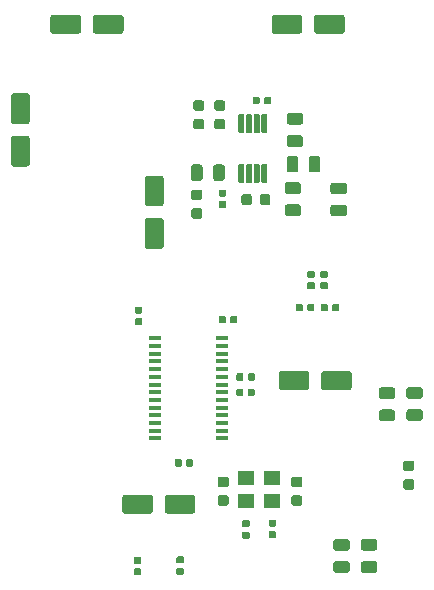
<source format=gbr>
G04 #@! TF.GenerationSoftware,KiCad,Pcbnew,(5.1.5)-3*
G04 #@! TF.CreationDate,2020-09-08T23:30:12-05:00*
G04 #@! TF.ProjectId,video-transceiver,76696465-6f2d-4747-9261-6e7363656976,rev?*
G04 #@! TF.SameCoordinates,Original*
G04 #@! TF.FileFunction,Paste,Top*
G04 #@! TF.FilePolarity,Positive*
%FSLAX46Y46*%
G04 Gerber Fmt 4.6, Leading zero omitted, Abs format (unit mm)*
G04 Created by KiCad (PCBNEW (5.1.5)-3) date 2020-09-08 23:30:12*
%MOMM*%
%LPD*%
G04 APERTURE LIST*
%ADD10C,0.100000*%
%ADD11R,1.100000X0.400000*%
%ADD12R,1.400000X1.200000*%
G04 APERTURE END LIST*
D10*
G36*
X145207691Y-101291053D02*
G01*
X145228926Y-101294203D01*
X145249750Y-101299419D01*
X145269962Y-101306651D01*
X145289368Y-101315830D01*
X145307781Y-101326866D01*
X145325024Y-101339654D01*
X145340930Y-101354070D01*
X145355346Y-101369976D01*
X145368134Y-101387219D01*
X145379170Y-101405632D01*
X145388349Y-101425038D01*
X145395581Y-101445250D01*
X145400797Y-101466074D01*
X145403947Y-101487309D01*
X145405000Y-101508750D01*
X145405000Y-101946250D01*
X145403947Y-101967691D01*
X145400797Y-101988926D01*
X145395581Y-102009750D01*
X145388349Y-102029962D01*
X145379170Y-102049368D01*
X145368134Y-102067781D01*
X145355346Y-102085024D01*
X145340930Y-102100930D01*
X145325024Y-102115346D01*
X145307781Y-102128134D01*
X145289368Y-102139170D01*
X145269962Y-102148349D01*
X145249750Y-102155581D01*
X145228926Y-102160797D01*
X145207691Y-102163947D01*
X145186250Y-102165000D01*
X144673750Y-102165000D01*
X144652309Y-102163947D01*
X144631074Y-102160797D01*
X144610250Y-102155581D01*
X144590038Y-102148349D01*
X144570632Y-102139170D01*
X144552219Y-102128134D01*
X144534976Y-102115346D01*
X144519070Y-102100930D01*
X144504654Y-102085024D01*
X144491866Y-102067781D01*
X144480830Y-102049368D01*
X144471651Y-102029962D01*
X144464419Y-102009750D01*
X144459203Y-101988926D01*
X144456053Y-101967691D01*
X144455000Y-101946250D01*
X144455000Y-101508750D01*
X144456053Y-101487309D01*
X144459203Y-101466074D01*
X144464419Y-101445250D01*
X144471651Y-101425038D01*
X144480830Y-101405632D01*
X144491866Y-101387219D01*
X144504654Y-101369976D01*
X144519070Y-101354070D01*
X144534976Y-101339654D01*
X144552219Y-101326866D01*
X144570632Y-101315830D01*
X144590038Y-101306651D01*
X144610250Y-101299419D01*
X144631074Y-101294203D01*
X144652309Y-101291053D01*
X144673750Y-101290000D01*
X145186250Y-101290000D01*
X145207691Y-101291053D01*
G37*
G36*
X145207691Y-99716053D02*
G01*
X145228926Y-99719203D01*
X145249750Y-99724419D01*
X145269962Y-99731651D01*
X145289368Y-99740830D01*
X145307781Y-99751866D01*
X145325024Y-99764654D01*
X145340930Y-99779070D01*
X145355346Y-99794976D01*
X145368134Y-99812219D01*
X145379170Y-99830632D01*
X145388349Y-99850038D01*
X145395581Y-99870250D01*
X145400797Y-99891074D01*
X145403947Y-99912309D01*
X145405000Y-99933750D01*
X145405000Y-100371250D01*
X145403947Y-100392691D01*
X145400797Y-100413926D01*
X145395581Y-100434750D01*
X145388349Y-100454962D01*
X145379170Y-100474368D01*
X145368134Y-100492781D01*
X145355346Y-100510024D01*
X145340930Y-100525930D01*
X145325024Y-100540346D01*
X145307781Y-100553134D01*
X145289368Y-100564170D01*
X145269962Y-100573349D01*
X145249750Y-100580581D01*
X145228926Y-100585797D01*
X145207691Y-100588947D01*
X145186250Y-100590000D01*
X144673750Y-100590000D01*
X144652309Y-100588947D01*
X144631074Y-100585797D01*
X144610250Y-100580581D01*
X144590038Y-100573349D01*
X144570632Y-100564170D01*
X144552219Y-100553134D01*
X144534976Y-100540346D01*
X144519070Y-100525930D01*
X144504654Y-100510024D01*
X144491866Y-100492781D01*
X144480830Y-100474368D01*
X144471651Y-100454962D01*
X144464419Y-100434750D01*
X144459203Y-100413926D01*
X144456053Y-100392691D01*
X144455000Y-100371250D01*
X144455000Y-99933750D01*
X144456053Y-99912309D01*
X144459203Y-99891074D01*
X144464419Y-99870250D01*
X144471651Y-99850038D01*
X144480830Y-99830632D01*
X144491866Y-99812219D01*
X144504654Y-99794976D01*
X144519070Y-99779070D01*
X144534976Y-99764654D01*
X144552219Y-99751866D01*
X144570632Y-99740830D01*
X144590038Y-99731651D01*
X144610250Y-99724419D01*
X144631074Y-99719203D01*
X144652309Y-99716053D01*
X144673750Y-99715000D01*
X145186250Y-99715000D01*
X145207691Y-99716053D01*
G37*
G36*
X146609252Y-73246102D02*
G01*
X146621386Y-73247902D01*
X146633286Y-73250882D01*
X146644835Y-73255015D01*
X146655925Y-73260260D01*
X146666446Y-73266566D01*
X146676299Y-73273874D01*
X146685388Y-73282112D01*
X146693626Y-73291201D01*
X146700934Y-73301054D01*
X146707240Y-73311575D01*
X146712485Y-73322665D01*
X146716618Y-73334214D01*
X146719598Y-73346114D01*
X146721398Y-73358248D01*
X146722000Y-73370500D01*
X146722000Y-74745500D01*
X146721398Y-74757752D01*
X146719598Y-74769886D01*
X146716618Y-74781786D01*
X146712485Y-74793335D01*
X146707240Y-74804425D01*
X146700934Y-74814946D01*
X146693626Y-74824799D01*
X146685388Y-74833888D01*
X146676299Y-74842126D01*
X146666446Y-74849434D01*
X146655925Y-74855740D01*
X146644835Y-74860985D01*
X146633286Y-74865118D01*
X146621386Y-74868098D01*
X146609252Y-74869898D01*
X146597000Y-74870500D01*
X146347000Y-74870500D01*
X146334748Y-74869898D01*
X146322614Y-74868098D01*
X146310714Y-74865118D01*
X146299165Y-74860985D01*
X146288075Y-74855740D01*
X146277554Y-74849434D01*
X146267701Y-74842126D01*
X146258612Y-74833888D01*
X146250374Y-74824799D01*
X146243066Y-74814946D01*
X146236760Y-74804425D01*
X146231515Y-74793335D01*
X146227382Y-74781786D01*
X146224402Y-74769886D01*
X146222602Y-74757752D01*
X146222000Y-74745500D01*
X146222000Y-73370500D01*
X146222602Y-73358248D01*
X146224402Y-73346114D01*
X146227382Y-73334214D01*
X146231515Y-73322665D01*
X146236760Y-73311575D01*
X146243066Y-73301054D01*
X146250374Y-73291201D01*
X146258612Y-73282112D01*
X146267701Y-73273874D01*
X146277554Y-73266566D01*
X146288075Y-73260260D01*
X146299165Y-73255015D01*
X146310714Y-73250882D01*
X146322614Y-73247902D01*
X146334748Y-73246102D01*
X146347000Y-73245500D01*
X146597000Y-73245500D01*
X146609252Y-73246102D01*
G37*
G36*
X147259252Y-73246102D02*
G01*
X147271386Y-73247902D01*
X147283286Y-73250882D01*
X147294835Y-73255015D01*
X147305925Y-73260260D01*
X147316446Y-73266566D01*
X147326299Y-73273874D01*
X147335388Y-73282112D01*
X147343626Y-73291201D01*
X147350934Y-73301054D01*
X147357240Y-73311575D01*
X147362485Y-73322665D01*
X147366618Y-73334214D01*
X147369598Y-73346114D01*
X147371398Y-73358248D01*
X147372000Y-73370500D01*
X147372000Y-74745500D01*
X147371398Y-74757752D01*
X147369598Y-74769886D01*
X147366618Y-74781786D01*
X147362485Y-74793335D01*
X147357240Y-74804425D01*
X147350934Y-74814946D01*
X147343626Y-74824799D01*
X147335388Y-74833888D01*
X147326299Y-74842126D01*
X147316446Y-74849434D01*
X147305925Y-74855740D01*
X147294835Y-74860985D01*
X147283286Y-74865118D01*
X147271386Y-74868098D01*
X147259252Y-74869898D01*
X147247000Y-74870500D01*
X146997000Y-74870500D01*
X146984748Y-74869898D01*
X146972614Y-74868098D01*
X146960714Y-74865118D01*
X146949165Y-74860985D01*
X146938075Y-74855740D01*
X146927554Y-74849434D01*
X146917701Y-74842126D01*
X146908612Y-74833888D01*
X146900374Y-74824799D01*
X146893066Y-74814946D01*
X146886760Y-74804425D01*
X146881515Y-74793335D01*
X146877382Y-74781786D01*
X146874402Y-74769886D01*
X146872602Y-74757752D01*
X146872000Y-74745500D01*
X146872000Y-73370500D01*
X146872602Y-73358248D01*
X146874402Y-73346114D01*
X146877382Y-73334214D01*
X146881515Y-73322665D01*
X146886760Y-73311575D01*
X146893066Y-73301054D01*
X146900374Y-73291201D01*
X146908612Y-73282112D01*
X146917701Y-73273874D01*
X146927554Y-73266566D01*
X146938075Y-73260260D01*
X146949165Y-73255015D01*
X146960714Y-73250882D01*
X146972614Y-73247902D01*
X146984748Y-73246102D01*
X146997000Y-73245500D01*
X147247000Y-73245500D01*
X147259252Y-73246102D01*
G37*
G36*
X147909252Y-73246102D02*
G01*
X147921386Y-73247902D01*
X147933286Y-73250882D01*
X147944835Y-73255015D01*
X147955925Y-73260260D01*
X147966446Y-73266566D01*
X147976299Y-73273874D01*
X147985388Y-73282112D01*
X147993626Y-73291201D01*
X148000934Y-73301054D01*
X148007240Y-73311575D01*
X148012485Y-73322665D01*
X148016618Y-73334214D01*
X148019598Y-73346114D01*
X148021398Y-73358248D01*
X148022000Y-73370500D01*
X148022000Y-74745500D01*
X148021398Y-74757752D01*
X148019598Y-74769886D01*
X148016618Y-74781786D01*
X148012485Y-74793335D01*
X148007240Y-74804425D01*
X148000934Y-74814946D01*
X147993626Y-74824799D01*
X147985388Y-74833888D01*
X147976299Y-74842126D01*
X147966446Y-74849434D01*
X147955925Y-74855740D01*
X147944835Y-74860985D01*
X147933286Y-74865118D01*
X147921386Y-74868098D01*
X147909252Y-74869898D01*
X147897000Y-74870500D01*
X147647000Y-74870500D01*
X147634748Y-74869898D01*
X147622614Y-74868098D01*
X147610714Y-74865118D01*
X147599165Y-74860985D01*
X147588075Y-74855740D01*
X147577554Y-74849434D01*
X147567701Y-74842126D01*
X147558612Y-74833888D01*
X147550374Y-74824799D01*
X147543066Y-74814946D01*
X147536760Y-74804425D01*
X147531515Y-74793335D01*
X147527382Y-74781786D01*
X147524402Y-74769886D01*
X147522602Y-74757752D01*
X147522000Y-74745500D01*
X147522000Y-73370500D01*
X147522602Y-73358248D01*
X147524402Y-73346114D01*
X147527382Y-73334214D01*
X147531515Y-73322665D01*
X147536760Y-73311575D01*
X147543066Y-73301054D01*
X147550374Y-73291201D01*
X147558612Y-73282112D01*
X147567701Y-73273874D01*
X147577554Y-73266566D01*
X147588075Y-73260260D01*
X147599165Y-73255015D01*
X147610714Y-73250882D01*
X147622614Y-73247902D01*
X147634748Y-73246102D01*
X147647000Y-73245500D01*
X147897000Y-73245500D01*
X147909252Y-73246102D01*
G37*
G36*
X148559252Y-73246102D02*
G01*
X148571386Y-73247902D01*
X148583286Y-73250882D01*
X148594835Y-73255015D01*
X148605925Y-73260260D01*
X148616446Y-73266566D01*
X148626299Y-73273874D01*
X148635388Y-73282112D01*
X148643626Y-73291201D01*
X148650934Y-73301054D01*
X148657240Y-73311575D01*
X148662485Y-73322665D01*
X148666618Y-73334214D01*
X148669598Y-73346114D01*
X148671398Y-73358248D01*
X148672000Y-73370500D01*
X148672000Y-74745500D01*
X148671398Y-74757752D01*
X148669598Y-74769886D01*
X148666618Y-74781786D01*
X148662485Y-74793335D01*
X148657240Y-74804425D01*
X148650934Y-74814946D01*
X148643626Y-74824799D01*
X148635388Y-74833888D01*
X148626299Y-74842126D01*
X148616446Y-74849434D01*
X148605925Y-74855740D01*
X148594835Y-74860985D01*
X148583286Y-74865118D01*
X148571386Y-74868098D01*
X148559252Y-74869898D01*
X148547000Y-74870500D01*
X148297000Y-74870500D01*
X148284748Y-74869898D01*
X148272614Y-74868098D01*
X148260714Y-74865118D01*
X148249165Y-74860985D01*
X148238075Y-74855740D01*
X148227554Y-74849434D01*
X148217701Y-74842126D01*
X148208612Y-74833888D01*
X148200374Y-74824799D01*
X148193066Y-74814946D01*
X148186760Y-74804425D01*
X148181515Y-74793335D01*
X148177382Y-74781786D01*
X148174402Y-74769886D01*
X148172602Y-74757752D01*
X148172000Y-74745500D01*
X148172000Y-73370500D01*
X148172602Y-73358248D01*
X148174402Y-73346114D01*
X148177382Y-73334214D01*
X148181515Y-73322665D01*
X148186760Y-73311575D01*
X148193066Y-73301054D01*
X148200374Y-73291201D01*
X148208612Y-73282112D01*
X148217701Y-73273874D01*
X148227554Y-73266566D01*
X148238075Y-73260260D01*
X148249165Y-73255015D01*
X148260714Y-73250882D01*
X148272614Y-73247902D01*
X148284748Y-73246102D01*
X148297000Y-73245500D01*
X148547000Y-73245500D01*
X148559252Y-73246102D01*
G37*
G36*
X148559252Y-69021102D02*
G01*
X148571386Y-69022902D01*
X148583286Y-69025882D01*
X148594835Y-69030015D01*
X148605925Y-69035260D01*
X148616446Y-69041566D01*
X148626299Y-69048874D01*
X148635388Y-69057112D01*
X148643626Y-69066201D01*
X148650934Y-69076054D01*
X148657240Y-69086575D01*
X148662485Y-69097665D01*
X148666618Y-69109214D01*
X148669598Y-69121114D01*
X148671398Y-69133248D01*
X148672000Y-69145500D01*
X148672000Y-70520500D01*
X148671398Y-70532752D01*
X148669598Y-70544886D01*
X148666618Y-70556786D01*
X148662485Y-70568335D01*
X148657240Y-70579425D01*
X148650934Y-70589946D01*
X148643626Y-70599799D01*
X148635388Y-70608888D01*
X148626299Y-70617126D01*
X148616446Y-70624434D01*
X148605925Y-70630740D01*
X148594835Y-70635985D01*
X148583286Y-70640118D01*
X148571386Y-70643098D01*
X148559252Y-70644898D01*
X148547000Y-70645500D01*
X148297000Y-70645500D01*
X148284748Y-70644898D01*
X148272614Y-70643098D01*
X148260714Y-70640118D01*
X148249165Y-70635985D01*
X148238075Y-70630740D01*
X148227554Y-70624434D01*
X148217701Y-70617126D01*
X148208612Y-70608888D01*
X148200374Y-70599799D01*
X148193066Y-70589946D01*
X148186760Y-70579425D01*
X148181515Y-70568335D01*
X148177382Y-70556786D01*
X148174402Y-70544886D01*
X148172602Y-70532752D01*
X148172000Y-70520500D01*
X148172000Y-69145500D01*
X148172602Y-69133248D01*
X148174402Y-69121114D01*
X148177382Y-69109214D01*
X148181515Y-69097665D01*
X148186760Y-69086575D01*
X148193066Y-69076054D01*
X148200374Y-69066201D01*
X148208612Y-69057112D01*
X148217701Y-69048874D01*
X148227554Y-69041566D01*
X148238075Y-69035260D01*
X148249165Y-69030015D01*
X148260714Y-69025882D01*
X148272614Y-69022902D01*
X148284748Y-69021102D01*
X148297000Y-69020500D01*
X148547000Y-69020500D01*
X148559252Y-69021102D01*
G37*
G36*
X147909252Y-69021102D02*
G01*
X147921386Y-69022902D01*
X147933286Y-69025882D01*
X147944835Y-69030015D01*
X147955925Y-69035260D01*
X147966446Y-69041566D01*
X147976299Y-69048874D01*
X147985388Y-69057112D01*
X147993626Y-69066201D01*
X148000934Y-69076054D01*
X148007240Y-69086575D01*
X148012485Y-69097665D01*
X148016618Y-69109214D01*
X148019598Y-69121114D01*
X148021398Y-69133248D01*
X148022000Y-69145500D01*
X148022000Y-70520500D01*
X148021398Y-70532752D01*
X148019598Y-70544886D01*
X148016618Y-70556786D01*
X148012485Y-70568335D01*
X148007240Y-70579425D01*
X148000934Y-70589946D01*
X147993626Y-70599799D01*
X147985388Y-70608888D01*
X147976299Y-70617126D01*
X147966446Y-70624434D01*
X147955925Y-70630740D01*
X147944835Y-70635985D01*
X147933286Y-70640118D01*
X147921386Y-70643098D01*
X147909252Y-70644898D01*
X147897000Y-70645500D01*
X147647000Y-70645500D01*
X147634748Y-70644898D01*
X147622614Y-70643098D01*
X147610714Y-70640118D01*
X147599165Y-70635985D01*
X147588075Y-70630740D01*
X147577554Y-70624434D01*
X147567701Y-70617126D01*
X147558612Y-70608888D01*
X147550374Y-70599799D01*
X147543066Y-70589946D01*
X147536760Y-70579425D01*
X147531515Y-70568335D01*
X147527382Y-70556786D01*
X147524402Y-70544886D01*
X147522602Y-70532752D01*
X147522000Y-70520500D01*
X147522000Y-69145500D01*
X147522602Y-69133248D01*
X147524402Y-69121114D01*
X147527382Y-69109214D01*
X147531515Y-69097665D01*
X147536760Y-69086575D01*
X147543066Y-69076054D01*
X147550374Y-69066201D01*
X147558612Y-69057112D01*
X147567701Y-69048874D01*
X147577554Y-69041566D01*
X147588075Y-69035260D01*
X147599165Y-69030015D01*
X147610714Y-69025882D01*
X147622614Y-69022902D01*
X147634748Y-69021102D01*
X147647000Y-69020500D01*
X147897000Y-69020500D01*
X147909252Y-69021102D01*
G37*
G36*
X147259252Y-69021102D02*
G01*
X147271386Y-69022902D01*
X147283286Y-69025882D01*
X147294835Y-69030015D01*
X147305925Y-69035260D01*
X147316446Y-69041566D01*
X147326299Y-69048874D01*
X147335388Y-69057112D01*
X147343626Y-69066201D01*
X147350934Y-69076054D01*
X147357240Y-69086575D01*
X147362485Y-69097665D01*
X147366618Y-69109214D01*
X147369598Y-69121114D01*
X147371398Y-69133248D01*
X147372000Y-69145500D01*
X147372000Y-70520500D01*
X147371398Y-70532752D01*
X147369598Y-70544886D01*
X147366618Y-70556786D01*
X147362485Y-70568335D01*
X147357240Y-70579425D01*
X147350934Y-70589946D01*
X147343626Y-70599799D01*
X147335388Y-70608888D01*
X147326299Y-70617126D01*
X147316446Y-70624434D01*
X147305925Y-70630740D01*
X147294835Y-70635985D01*
X147283286Y-70640118D01*
X147271386Y-70643098D01*
X147259252Y-70644898D01*
X147247000Y-70645500D01*
X146997000Y-70645500D01*
X146984748Y-70644898D01*
X146972614Y-70643098D01*
X146960714Y-70640118D01*
X146949165Y-70635985D01*
X146938075Y-70630740D01*
X146927554Y-70624434D01*
X146917701Y-70617126D01*
X146908612Y-70608888D01*
X146900374Y-70599799D01*
X146893066Y-70589946D01*
X146886760Y-70579425D01*
X146881515Y-70568335D01*
X146877382Y-70556786D01*
X146874402Y-70544886D01*
X146872602Y-70532752D01*
X146872000Y-70520500D01*
X146872000Y-69145500D01*
X146872602Y-69133248D01*
X146874402Y-69121114D01*
X146877382Y-69109214D01*
X146881515Y-69097665D01*
X146886760Y-69086575D01*
X146893066Y-69076054D01*
X146900374Y-69066201D01*
X146908612Y-69057112D01*
X146917701Y-69048874D01*
X146927554Y-69041566D01*
X146938075Y-69035260D01*
X146949165Y-69030015D01*
X146960714Y-69025882D01*
X146972614Y-69022902D01*
X146984748Y-69021102D01*
X146997000Y-69020500D01*
X147247000Y-69020500D01*
X147259252Y-69021102D01*
G37*
G36*
X146609252Y-69021102D02*
G01*
X146621386Y-69022902D01*
X146633286Y-69025882D01*
X146644835Y-69030015D01*
X146655925Y-69035260D01*
X146666446Y-69041566D01*
X146676299Y-69048874D01*
X146685388Y-69057112D01*
X146693626Y-69066201D01*
X146700934Y-69076054D01*
X146707240Y-69086575D01*
X146712485Y-69097665D01*
X146716618Y-69109214D01*
X146719598Y-69121114D01*
X146721398Y-69133248D01*
X146722000Y-69145500D01*
X146722000Y-70520500D01*
X146721398Y-70532752D01*
X146719598Y-70544886D01*
X146716618Y-70556786D01*
X146712485Y-70568335D01*
X146707240Y-70579425D01*
X146700934Y-70589946D01*
X146693626Y-70599799D01*
X146685388Y-70608888D01*
X146676299Y-70617126D01*
X146666446Y-70624434D01*
X146655925Y-70630740D01*
X146644835Y-70635985D01*
X146633286Y-70640118D01*
X146621386Y-70643098D01*
X146609252Y-70644898D01*
X146597000Y-70645500D01*
X146347000Y-70645500D01*
X146334748Y-70644898D01*
X146322614Y-70643098D01*
X146310714Y-70640118D01*
X146299165Y-70635985D01*
X146288075Y-70630740D01*
X146277554Y-70624434D01*
X146267701Y-70617126D01*
X146258612Y-70608888D01*
X146250374Y-70599799D01*
X146243066Y-70589946D01*
X146236760Y-70579425D01*
X146231515Y-70568335D01*
X146227382Y-70556786D01*
X146224402Y-70544886D01*
X146222602Y-70532752D01*
X146222000Y-70520500D01*
X146222000Y-69145500D01*
X146222602Y-69133248D01*
X146224402Y-69121114D01*
X146227382Y-69109214D01*
X146231515Y-69097665D01*
X146236760Y-69086575D01*
X146243066Y-69076054D01*
X146250374Y-69066201D01*
X146258612Y-69057112D01*
X146267701Y-69048874D01*
X146277554Y-69041566D01*
X146288075Y-69035260D01*
X146299165Y-69030015D01*
X146310714Y-69025882D01*
X146322614Y-69022902D01*
X146334748Y-69021102D01*
X146347000Y-69020500D01*
X146597000Y-69020500D01*
X146609252Y-69021102D01*
G37*
G36*
X132671504Y-60614704D02*
G01*
X132695773Y-60618304D01*
X132719571Y-60624265D01*
X132742671Y-60632530D01*
X132764849Y-60643020D01*
X132785893Y-60655633D01*
X132805598Y-60670247D01*
X132823777Y-60686723D01*
X132840253Y-60704902D01*
X132854867Y-60724607D01*
X132867480Y-60745651D01*
X132877970Y-60767829D01*
X132886235Y-60790929D01*
X132892196Y-60814727D01*
X132895796Y-60838996D01*
X132897000Y-60863500D01*
X132897000Y-61963500D01*
X132895796Y-61988004D01*
X132892196Y-62012273D01*
X132886235Y-62036071D01*
X132877970Y-62059171D01*
X132867480Y-62081349D01*
X132854867Y-62102393D01*
X132840253Y-62122098D01*
X132823777Y-62140277D01*
X132805598Y-62156753D01*
X132785893Y-62171367D01*
X132764849Y-62183980D01*
X132742671Y-62194470D01*
X132719571Y-62202735D01*
X132695773Y-62208696D01*
X132671504Y-62212296D01*
X132647000Y-62213500D01*
X130547000Y-62213500D01*
X130522496Y-62212296D01*
X130498227Y-62208696D01*
X130474429Y-62202735D01*
X130451329Y-62194470D01*
X130429151Y-62183980D01*
X130408107Y-62171367D01*
X130388402Y-62156753D01*
X130370223Y-62140277D01*
X130353747Y-62122098D01*
X130339133Y-62102393D01*
X130326520Y-62081349D01*
X130316030Y-62059171D01*
X130307765Y-62036071D01*
X130301804Y-62012273D01*
X130298204Y-61988004D01*
X130297000Y-61963500D01*
X130297000Y-60863500D01*
X130298204Y-60838996D01*
X130301804Y-60814727D01*
X130307765Y-60790929D01*
X130316030Y-60767829D01*
X130326520Y-60745651D01*
X130339133Y-60724607D01*
X130353747Y-60704902D01*
X130370223Y-60686723D01*
X130388402Y-60670247D01*
X130408107Y-60655633D01*
X130429151Y-60643020D01*
X130451329Y-60632530D01*
X130474429Y-60624265D01*
X130498227Y-60618304D01*
X130522496Y-60614704D01*
X130547000Y-60613500D01*
X132647000Y-60613500D01*
X132671504Y-60614704D01*
G37*
G36*
X136271504Y-60614704D02*
G01*
X136295773Y-60618304D01*
X136319571Y-60624265D01*
X136342671Y-60632530D01*
X136364849Y-60643020D01*
X136385893Y-60655633D01*
X136405598Y-60670247D01*
X136423777Y-60686723D01*
X136440253Y-60704902D01*
X136454867Y-60724607D01*
X136467480Y-60745651D01*
X136477970Y-60767829D01*
X136486235Y-60790929D01*
X136492196Y-60814727D01*
X136495796Y-60838996D01*
X136497000Y-60863500D01*
X136497000Y-61963500D01*
X136495796Y-61988004D01*
X136492196Y-62012273D01*
X136486235Y-62036071D01*
X136477970Y-62059171D01*
X136467480Y-62081349D01*
X136454867Y-62102393D01*
X136440253Y-62122098D01*
X136423777Y-62140277D01*
X136405598Y-62156753D01*
X136385893Y-62171367D01*
X136364849Y-62183980D01*
X136342671Y-62194470D01*
X136319571Y-62202735D01*
X136295773Y-62208696D01*
X136271504Y-62212296D01*
X136247000Y-62213500D01*
X134147000Y-62213500D01*
X134122496Y-62212296D01*
X134098227Y-62208696D01*
X134074429Y-62202735D01*
X134051329Y-62194470D01*
X134029151Y-62183980D01*
X134008107Y-62171367D01*
X133988402Y-62156753D01*
X133970223Y-62140277D01*
X133953747Y-62122098D01*
X133939133Y-62102393D01*
X133926520Y-62081349D01*
X133916030Y-62059171D01*
X133907765Y-62036071D01*
X133901804Y-62012273D01*
X133898204Y-61988004D01*
X133897000Y-61963500D01*
X133897000Y-60863500D01*
X133898204Y-60838996D01*
X133901804Y-60814727D01*
X133907765Y-60790929D01*
X133916030Y-60767829D01*
X133926520Y-60745651D01*
X133939133Y-60724607D01*
X133953747Y-60704902D01*
X133970223Y-60686723D01*
X133988402Y-60670247D01*
X134008107Y-60655633D01*
X134029151Y-60643020D01*
X134051329Y-60632530D01*
X134074429Y-60624265D01*
X134098227Y-60618304D01*
X134122496Y-60614704D01*
X134147000Y-60613500D01*
X136247000Y-60613500D01*
X136271504Y-60614704D01*
G37*
G36*
X160925071Y-99939373D02*
G01*
X160946306Y-99942523D01*
X160967130Y-99947739D01*
X160987342Y-99954971D01*
X161006748Y-99964150D01*
X161025161Y-99975186D01*
X161042404Y-99987974D01*
X161058310Y-100002390D01*
X161072726Y-100018296D01*
X161085514Y-100035539D01*
X161096550Y-100053952D01*
X161105729Y-100073358D01*
X161112961Y-100093570D01*
X161118177Y-100114394D01*
X161121327Y-100135629D01*
X161122380Y-100157070D01*
X161122380Y-100594570D01*
X161121327Y-100616011D01*
X161118177Y-100637246D01*
X161112961Y-100658070D01*
X161105729Y-100678282D01*
X161096550Y-100697688D01*
X161085514Y-100716101D01*
X161072726Y-100733344D01*
X161058310Y-100749250D01*
X161042404Y-100763666D01*
X161025161Y-100776454D01*
X161006748Y-100787490D01*
X160987342Y-100796669D01*
X160967130Y-100803901D01*
X160946306Y-100809117D01*
X160925071Y-100812267D01*
X160903630Y-100813320D01*
X160391130Y-100813320D01*
X160369689Y-100812267D01*
X160348454Y-100809117D01*
X160327630Y-100803901D01*
X160307418Y-100796669D01*
X160288012Y-100787490D01*
X160269599Y-100776454D01*
X160252356Y-100763666D01*
X160236450Y-100749250D01*
X160222034Y-100733344D01*
X160209246Y-100716101D01*
X160198210Y-100697688D01*
X160189031Y-100678282D01*
X160181799Y-100658070D01*
X160176583Y-100637246D01*
X160173433Y-100616011D01*
X160172380Y-100594570D01*
X160172380Y-100157070D01*
X160173433Y-100135629D01*
X160176583Y-100114394D01*
X160181799Y-100093570D01*
X160189031Y-100073358D01*
X160198210Y-100053952D01*
X160209246Y-100035539D01*
X160222034Y-100018296D01*
X160236450Y-100002390D01*
X160252356Y-99987974D01*
X160269599Y-99975186D01*
X160288012Y-99964150D01*
X160307418Y-99954971D01*
X160327630Y-99947739D01*
X160348454Y-99942523D01*
X160369689Y-99939373D01*
X160391130Y-99938320D01*
X160903630Y-99938320D01*
X160925071Y-99939373D01*
G37*
G36*
X160925071Y-98364373D02*
G01*
X160946306Y-98367523D01*
X160967130Y-98372739D01*
X160987342Y-98379971D01*
X161006748Y-98389150D01*
X161025161Y-98400186D01*
X161042404Y-98412974D01*
X161058310Y-98427390D01*
X161072726Y-98443296D01*
X161085514Y-98460539D01*
X161096550Y-98478952D01*
X161105729Y-98498358D01*
X161112961Y-98518570D01*
X161118177Y-98539394D01*
X161121327Y-98560629D01*
X161122380Y-98582070D01*
X161122380Y-99019570D01*
X161121327Y-99041011D01*
X161118177Y-99062246D01*
X161112961Y-99083070D01*
X161105729Y-99103282D01*
X161096550Y-99122688D01*
X161085514Y-99141101D01*
X161072726Y-99158344D01*
X161058310Y-99174250D01*
X161042404Y-99188666D01*
X161025161Y-99201454D01*
X161006748Y-99212490D01*
X160987342Y-99221669D01*
X160967130Y-99228901D01*
X160946306Y-99234117D01*
X160925071Y-99237267D01*
X160903630Y-99238320D01*
X160391130Y-99238320D01*
X160369689Y-99237267D01*
X160348454Y-99234117D01*
X160327630Y-99228901D01*
X160307418Y-99221669D01*
X160288012Y-99212490D01*
X160269599Y-99201454D01*
X160252356Y-99188666D01*
X160236450Y-99174250D01*
X160222034Y-99158344D01*
X160209246Y-99141101D01*
X160198210Y-99122688D01*
X160189031Y-99103282D01*
X160181799Y-99083070D01*
X160176583Y-99062246D01*
X160173433Y-99041011D01*
X160172380Y-99019570D01*
X160172380Y-98582070D01*
X160173433Y-98560629D01*
X160176583Y-98539394D01*
X160181799Y-98518570D01*
X160189031Y-98498358D01*
X160198210Y-98478952D01*
X160209246Y-98460539D01*
X160222034Y-98443296D01*
X160236450Y-98427390D01*
X160252356Y-98412974D01*
X160269599Y-98400186D01*
X160288012Y-98389150D01*
X160307418Y-98379971D01*
X160327630Y-98372739D01*
X160348454Y-98367523D01*
X160369689Y-98364373D01*
X160391130Y-98363320D01*
X160903630Y-98363320D01*
X160925071Y-98364373D01*
G37*
G36*
X155423222Y-105000454D02*
G01*
X155446883Y-105003964D01*
X155470087Y-105009776D01*
X155492609Y-105017834D01*
X155514233Y-105028062D01*
X155534750Y-105040359D01*
X155553963Y-105054609D01*
X155571687Y-105070673D01*
X155587751Y-105088397D01*
X155602001Y-105107610D01*
X155614298Y-105128127D01*
X155624526Y-105149751D01*
X155632584Y-105172273D01*
X155638396Y-105195477D01*
X155641906Y-105219138D01*
X155643080Y-105243030D01*
X155643080Y-105730530D01*
X155641906Y-105754422D01*
X155638396Y-105778083D01*
X155632584Y-105801287D01*
X155624526Y-105823809D01*
X155614298Y-105845433D01*
X155602001Y-105865950D01*
X155587751Y-105885163D01*
X155571687Y-105902887D01*
X155553963Y-105918951D01*
X155534750Y-105933201D01*
X155514233Y-105945498D01*
X155492609Y-105955726D01*
X155470087Y-105963784D01*
X155446883Y-105969596D01*
X155423222Y-105973106D01*
X155399330Y-105974280D01*
X154486830Y-105974280D01*
X154462938Y-105973106D01*
X154439277Y-105969596D01*
X154416073Y-105963784D01*
X154393551Y-105955726D01*
X154371927Y-105945498D01*
X154351410Y-105933201D01*
X154332197Y-105918951D01*
X154314473Y-105902887D01*
X154298409Y-105885163D01*
X154284159Y-105865950D01*
X154271862Y-105845433D01*
X154261634Y-105823809D01*
X154253576Y-105801287D01*
X154247764Y-105778083D01*
X154244254Y-105754422D01*
X154243080Y-105730530D01*
X154243080Y-105243030D01*
X154244254Y-105219138D01*
X154247764Y-105195477D01*
X154253576Y-105172273D01*
X154261634Y-105149751D01*
X154271862Y-105128127D01*
X154284159Y-105107610D01*
X154298409Y-105088397D01*
X154314473Y-105070673D01*
X154332197Y-105054609D01*
X154351410Y-105040359D01*
X154371927Y-105028062D01*
X154393551Y-105017834D01*
X154416073Y-105009776D01*
X154439277Y-105003964D01*
X154462938Y-105000454D01*
X154486830Y-104999280D01*
X155399330Y-104999280D01*
X155423222Y-105000454D01*
G37*
G36*
X155423222Y-106875454D02*
G01*
X155446883Y-106878964D01*
X155470087Y-106884776D01*
X155492609Y-106892834D01*
X155514233Y-106903062D01*
X155534750Y-106915359D01*
X155553963Y-106929609D01*
X155571687Y-106945673D01*
X155587751Y-106963397D01*
X155602001Y-106982610D01*
X155614298Y-107003127D01*
X155624526Y-107024751D01*
X155632584Y-107047273D01*
X155638396Y-107070477D01*
X155641906Y-107094138D01*
X155643080Y-107118030D01*
X155643080Y-107605530D01*
X155641906Y-107629422D01*
X155638396Y-107653083D01*
X155632584Y-107676287D01*
X155624526Y-107698809D01*
X155614298Y-107720433D01*
X155602001Y-107740950D01*
X155587751Y-107760163D01*
X155571687Y-107777887D01*
X155553963Y-107793951D01*
X155534750Y-107808201D01*
X155514233Y-107820498D01*
X155492609Y-107830726D01*
X155470087Y-107838784D01*
X155446883Y-107844596D01*
X155423222Y-107848106D01*
X155399330Y-107849280D01*
X154486830Y-107849280D01*
X154462938Y-107848106D01*
X154439277Y-107844596D01*
X154416073Y-107838784D01*
X154393551Y-107830726D01*
X154371927Y-107820498D01*
X154351410Y-107808201D01*
X154332197Y-107793951D01*
X154314473Y-107777887D01*
X154298409Y-107760163D01*
X154284159Y-107740950D01*
X154271862Y-107720433D01*
X154261634Y-107698809D01*
X154253576Y-107676287D01*
X154247764Y-107653083D01*
X154244254Y-107629422D01*
X154243080Y-107605530D01*
X154243080Y-107118030D01*
X154244254Y-107094138D01*
X154247764Y-107070477D01*
X154253576Y-107047273D01*
X154261634Y-107024751D01*
X154271862Y-107003127D01*
X154284159Y-106982610D01*
X154298409Y-106963397D01*
X154314473Y-106945673D01*
X154332197Y-106929609D01*
X154351410Y-106915359D01*
X154371927Y-106903062D01*
X154393551Y-106892834D01*
X154416073Y-106884776D01*
X154439277Y-106878964D01*
X154462938Y-106875454D01*
X154486830Y-106874280D01*
X155399330Y-106874280D01*
X155423222Y-106875454D01*
G37*
G36*
X155191542Y-76689274D02*
G01*
X155215203Y-76692784D01*
X155238407Y-76698596D01*
X155260929Y-76706654D01*
X155282553Y-76716882D01*
X155303070Y-76729179D01*
X155322283Y-76743429D01*
X155340007Y-76759493D01*
X155356071Y-76777217D01*
X155370321Y-76796430D01*
X155382618Y-76816947D01*
X155392846Y-76838571D01*
X155400904Y-76861093D01*
X155406716Y-76884297D01*
X155410226Y-76907958D01*
X155411400Y-76931850D01*
X155411400Y-77419350D01*
X155410226Y-77443242D01*
X155406716Y-77466903D01*
X155400904Y-77490107D01*
X155392846Y-77512629D01*
X155382618Y-77534253D01*
X155370321Y-77554770D01*
X155356071Y-77573983D01*
X155340007Y-77591707D01*
X155322283Y-77607771D01*
X155303070Y-77622021D01*
X155282553Y-77634318D01*
X155260929Y-77644546D01*
X155238407Y-77652604D01*
X155215203Y-77658416D01*
X155191542Y-77661926D01*
X155167650Y-77663100D01*
X154255150Y-77663100D01*
X154231258Y-77661926D01*
X154207597Y-77658416D01*
X154184393Y-77652604D01*
X154161871Y-77644546D01*
X154140247Y-77634318D01*
X154119730Y-77622021D01*
X154100517Y-77607771D01*
X154082793Y-77591707D01*
X154066729Y-77573983D01*
X154052479Y-77554770D01*
X154040182Y-77534253D01*
X154029954Y-77512629D01*
X154021896Y-77490107D01*
X154016084Y-77466903D01*
X154012574Y-77443242D01*
X154011400Y-77419350D01*
X154011400Y-76931850D01*
X154012574Y-76907958D01*
X154016084Y-76884297D01*
X154021896Y-76861093D01*
X154029954Y-76838571D01*
X154040182Y-76816947D01*
X154052479Y-76796430D01*
X154066729Y-76777217D01*
X154082793Y-76759493D01*
X154100517Y-76743429D01*
X154119730Y-76729179D01*
X154140247Y-76716882D01*
X154161871Y-76706654D01*
X154184393Y-76698596D01*
X154207597Y-76692784D01*
X154231258Y-76689274D01*
X154255150Y-76688100D01*
X155167650Y-76688100D01*
X155191542Y-76689274D01*
G37*
G36*
X155191542Y-74814274D02*
G01*
X155215203Y-74817784D01*
X155238407Y-74823596D01*
X155260929Y-74831654D01*
X155282553Y-74841882D01*
X155303070Y-74854179D01*
X155322283Y-74868429D01*
X155340007Y-74884493D01*
X155356071Y-74902217D01*
X155370321Y-74921430D01*
X155382618Y-74941947D01*
X155392846Y-74963571D01*
X155400904Y-74986093D01*
X155406716Y-75009297D01*
X155410226Y-75032958D01*
X155411400Y-75056850D01*
X155411400Y-75544350D01*
X155410226Y-75568242D01*
X155406716Y-75591903D01*
X155400904Y-75615107D01*
X155392846Y-75637629D01*
X155382618Y-75659253D01*
X155370321Y-75679770D01*
X155356071Y-75698983D01*
X155340007Y-75716707D01*
X155322283Y-75732771D01*
X155303070Y-75747021D01*
X155282553Y-75759318D01*
X155260929Y-75769546D01*
X155238407Y-75777604D01*
X155215203Y-75783416D01*
X155191542Y-75786926D01*
X155167650Y-75788100D01*
X154255150Y-75788100D01*
X154231258Y-75786926D01*
X154207597Y-75783416D01*
X154184393Y-75777604D01*
X154161871Y-75769546D01*
X154140247Y-75759318D01*
X154119730Y-75747021D01*
X154100517Y-75732771D01*
X154082793Y-75716707D01*
X154066729Y-75698983D01*
X154052479Y-75679770D01*
X154040182Y-75659253D01*
X154029954Y-75637629D01*
X154021896Y-75615107D01*
X154016084Y-75591903D01*
X154012574Y-75568242D01*
X154011400Y-75544350D01*
X154011400Y-75056850D01*
X154012574Y-75032958D01*
X154016084Y-75009297D01*
X154021896Y-74986093D01*
X154029954Y-74963571D01*
X154040182Y-74941947D01*
X154052479Y-74921430D01*
X154066729Y-74902217D01*
X154082793Y-74884493D01*
X154100517Y-74868429D01*
X154119730Y-74854179D01*
X154140247Y-74841882D01*
X154161871Y-74831654D01*
X154184393Y-74823596D01*
X154207597Y-74817784D01*
X154231258Y-74814274D01*
X154255150Y-74813100D01*
X155167650Y-74813100D01*
X155191542Y-74814274D01*
G37*
G36*
X161625362Y-94006994D02*
G01*
X161649023Y-94010504D01*
X161672227Y-94016316D01*
X161694749Y-94024374D01*
X161716373Y-94034602D01*
X161736890Y-94046899D01*
X161756103Y-94061149D01*
X161773827Y-94077213D01*
X161789891Y-94094937D01*
X161804141Y-94114150D01*
X161816438Y-94134667D01*
X161826666Y-94156291D01*
X161834724Y-94178813D01*
X161840536Y-94202017D01*
X161844046Y-94225678D01*
X161845220Y-94249570D01*
X161845220Y-94737070D01*
X161844046Y-94760962D01*
X161840536Y-94784623D01*
X161834724Y-94807827D01*
X161826666Y-94830349D01*
X161816438Y-94851973D01*
X161804141Y-94872490D01*
X161789891Y-94891703D01*
X161773827Y-94909427D01*
X161756103Y-94925491D01*
X161736890Y-94939741D01*
X161716373Y-94952038D01*
X161694749Y-94962266D01*
X161672227Y-94970324D01*
X161649023Y-94976136D01*
X161625362Y-94979646D01*
X161601470Y-94980820D01*
X160688970Y-94980820D01*
X160665078Y-94979646D01*
X160641417Y-94976136D01*
X160618213Y-94970324D01*
X160595691Y-94962266D01*
X160574067Y-94952038D01*
X160553550Y-94939741D01*
X160534337Y-94925491D01*
X160516613Y-94909427D01*
X160500549Y-94891703D01*
X160486299Y-94872490D01*
X160474002Y-94851973D01*
X160463774Y-94830349D01*
X160455716Y-94807827D01*
X160449904Y-94784623D01*
X160446394Y-94760962D01*
X160445220Y-94737070D01*
X160445220Y-94249570D01*
X160446394Y-94225678D01*
X160449904Y-94202017D01*
X160455716Y-94178813D01*
X160463774Y-94156291D01*
X160474002Y-94134667D01*
X160486299Y-94114150D01*
X160500549Y-94094937D01*
X160516613Y-94077213D01*
X160534337Y-94061149D01*
X160553550Y-94046899D01*
X160574067Y-94034602D01*
X160595691Y-94024374D01*
X160618213Y-94016316D01*
X160641417Y-94010504D01*
X160665078Y-94006994D01*
X160688970Y-94005820D01*
X161601470Y-94005820D01*
X161625362Y-94006994D01*
G37*
G36*
X161625362Y-92131994D02*
G01*
X161649023Y-92135504D01*
X161672227Y-92141316D01*
X161694749Y-92149374D01*
X161716373Y-92159602D01*
X161736890Y-92171899D01*
X161756103Y-92186149D01*
X161773827Y-92202213D01*
X161789891Y-92219937D01*
X161804141Y-92239150D01*
X161816438Y-92259667D01*
X161826666Y-92281291D01*
X161834724Y-92303813D01*
X161840536Y-92327017D01*
X161844046Y-92350678D01*
X161845220Y-92374570D01*
X161845220Y-92862070D01*
X161844046Y-92885962D01*
X161840536Y-92909623D01*
X161834724Y-92932827D01*
X161826666Y-92955349D01*
X161816438Y-92976973D01*
X161804141Y-92997490D01*
X161789891Y-93016703D01*
X161773827Y-93034427D01*
X161756103Y-93050491D01*
X161736890Y-93064741D01*
X161716373Y-93077038D01*
X161694749Y-93087266D01*
X161672227Y-93095324D01*
X161649023Y-93101136D01*
X161625362Y-93104646D01*
X161601470Y-93105820D01*
X160688970Y-93105820D01*
X160665078Y-93104646D01*
X160641417Y-93101136D01*
X160618213Y-93095324D01*
X160595691Y-93087266D01*
X160574067Y-93077038D01*
X160553550Y-93064741D01*
X160534337Y-93050491D01*
X160516613Y-93034427D01*
X160500549Y-93016703D01*
X160486299Y-92997490D01*
X160474002Y-92976973D01*
X160463774Y-92955349D01*
X160455716Y-92932827D01*
X160449904Y-92909623D01*
X160446394Y-92885962D01*
X160445220Y-92862070D01*
X160445220Y-92374570D01*
X160446394Y-92350678D01*
X160449904Y-92327017D01*
X160455716Y-92303813D01*
X160463774Y-92281291D01*
X160474002Y-92259667D01*
X160486299Y-92239150D01*
X160500549Y-92219937D01*
X160516613Y-92202213D01*
X160534337Y-92186149D01*
X160553550Y-92171899D01*
X160574067Y-92159602D01*
X160595691Y-92149374D01*
X160618213Y-92141316D01*
X160641417Y-92135504D01*
X160665078Y-92131994D01*
X160688970Y-92130820D01*
X161601470Y-92130820D01*
X161625362Y-92131994D01*
G37*
G36*
X151305342Y-74788874D02*
G01*
X151329003Y-74792384D01*
X151352207Y-74798196D01*
X151374729Y-74806254D01*
X151396353Y-74816482D01*
X151416870Y-74828779D01*
X151436083Y-74843029D01*
X151453807Y-74859093D01*
X151469871Y-74876817D01*
X151484121Y-74896030D01*
X151496418Y-74916547D01*
X151506646Y-74938171D01*
X151514704Y-74960693D01*
X151520516Y-74983897D01*
X151524026Y-75007558D01*
X151525200Y-75031450D01*
X151525200Y-75518950D01*
X151524026Y-75542842D01*
X151520516Y-75566503D01*
X151514704Y-75589707D01*
X151506646Y-75612229D01*
X151496418Y-75633853D01*
X151484121Y-75654370D01*
X151469871Y-75673583D01*
X151453807Y-75691307D01*
X151436083Y-75707371D01*
X151416870Y-75721621D01*
X151396353Y-75733918D01*
X151374729Y-75744146D01*
X151352207Y-75752204D01*
X151329003Y-75758016D01*
X151305342Y-75761526D01*
X151281450Y-75762700D01*
X150368950Y-75762700D01*
X150345058Y-75761526D01*
X150321397Y-75758016D01*
X150298193Y-75752204D01*
X150275671Y-75744146D01*
X150254047Y-75733918D01*
X150233530Y-75721621D01*
X150214317Y-75707371D01*
X150196593Y-75691307D01*
X150180529Y-75673583D01*
X150166279Y-75654370D01*
X150153982Y-75633853D01*
X150143754Y-75612229D01*
X150135696Y-75589707D01*
X150129884Y-75566503D01*
X150126374Y-75542842D01*
X150125200Y-75518950D01*
X150125200Y-75031450D01*
X150126374Y-75007558D01*
X150129884Y-74983897D01*
X150135696Y-74960693D01*
X150143754Y-74938171D01*
X150153982Y-74916547D01*
X150166279Y-74896030D01*
X150180529Y-74876817D01*
X150196593Y-74859093D01*
X150214317Y-74843029D01*
X150233530Y-74828779D01*
X150254047Y-74816482D01*
X150275671Y-74806254D01*
X150298193Y-74798196D01*
X150321397Y-74792384D01*
X150345058Y-74788874D01*
X150368950Y-74787700D01*
X151281450Y-74787700D01*
X151305342Y-74788874D01*
G37*
G36*
X151305342Y-76663874D02*
G01*
X151329003Y-76667384D01*
X151352207Y-76673196D01*
X151374729Y-76681254D01*
X151396353Y-76691482D01*
X151416870Y-76703779D01*
X151436083Y-76718029D01*
X151453807Y-76734093D01*
X151469871Y-76751817D01*
X151484121Y-76771030D01*
X151496418Y-76791547D01*
X151506646Y-76813171D01*
X151514704Y-76835693D01*
X151520516Y-76858897D01*
X151524026Y-76882558D01*
X151525200Y-76906450D01*
X151525200Y-77393950D01*
X151524026Y-77417842D01*
X151520516Y-77441503D01*
X151514704Y-77464707D01*
X151506646Y-77487229D01*
X151496418Y-77508853D01*
X151484121Y-77529370D01*
X151469871Y-77548583D01*
X151453807Y-77566307D01*
X151436083Y-77582371D01*
X151416870Y-77596621D01*
X151396353Y-77608918D01*
X151374729Y-77619146D01*
X151352207Y-77627204D01*
X151329003Y-77633016D01*
X151305342Y-77636526D01*
X151281450Y-77637700D01*
X150368950Y-77637700D01*
X150345058Y-77636526D01*
X150321397Y-77633016D01*
X150298193Y-77627204D01*
X150275671Y-77619146D01*
X150254047Y-77608918D01*
X150233530Y-77596621D01*
X150214317Y-77582371D01*
X150196593Y-77566307D01*
X150180529Y-77548583D01*
X150166279Y-77529370D01*
X150153982Y-77508853D01*
X150143754Y-77487229D01*
X150135696Y-77464707D01*
X150129884Y-77441503D01*
X150126374Y-77417842D01*
X150125200Y-77393950D01*
X150125200Y-76906450D01*
X150126374Y-76882558D01*
X150129884Y-76858897D01*
X150135696Y-76835693D01*
X150143754Y-76813171D01*
X150153982Y-76791547D01*
X150166279Y-76771030D01*
X150180529Y-76751817D01*
X150196593Y-76734093D01*
X150214317Y-76718029D01*
X150233530Y-76703779D01*
X150254047Y-76691482D01*
X150275671Y-76681254D01*
X150298193Y-76673196D01*
X150321397Y-76667384D01*
X150345058Y-76663874D01*
X150368950Y-76662700D01*
X151281450Y-76662700D01*
X151305342Y-76663874D01*
G37*
G36*
X159278402Y-94029614D02*
G01*
X159302063Y-94033124D01*
X159325267Y-94038936D01*
X159347789Y-94046994D01*
X159369413Y-94057222D01*
X159389930Y-94069519D01*
X159409143Y-94083769D01*
X159426867Y-94099833D01*
X159442931Y-94117557D01*
X159457181Y-94136770D01*
X159469478Y-94157287D01*
X159479706Y-94178911D01*
X159487764Y-94201433D01*
X159493576Y-94224637D01*
X159497086Y-94248298D01*
X159498260Y-94272190D01*
X159498260Y-94759690D01*
X159497086Y-94783582D01*
X159493576Y-94807243D01*
X159487764Y-94830447D01*
X159479706Y-94852969D01*
X159469478Y-94874593D01*
X159457181Y-94895110D01*
X159442931Y-94914323D01*
X159426867Y-94932047D01*
X159409143Y-94948111D01*
X159389930Y-94962361D01*
X159369413Y-94974658D01*
X159347789Y-94984886D01*
X159325267Y-94992944D01*
X159302063Y-94998756D01*
X159278402Y-95002266D01*
X159254510Y-95003440D01*
X158342010Y-95003440D01*
X158318118Y-95002266D01*
X158294457Y-94998756D01*
X158271253Y-94992944D01*
X158248731Y-94984886D01*
X158227107Y-94974658D01*
X158206590Y-94962361D01*
X158187377Y-94948111D01*
X158169653Y-94932047D01*
X158153589Y-94914323D01*
X158139339Y-94895110D01*
X158127042Y-94874593D01*
X158116814Y-94852969D01*
X158108756Y-94830447D01*
X158102944Y-94807243D01*
X158099434Y-94783582D01*
X158098260Y-94759690D01*
X158098260Y-94272190D01*
X158099434Y-94248298D01*
X158102944Y-94224637D01*
X158108756Y-94201433D01*
X158116814Y-94178911D01*
X158127042Y-94157287D01*
X158139339Y-94136770D01*
X158153589Y-94117557D01*
X158169653Y-94099833D01*
X158187377Y-94083769D01*
X158206590Y-94069519D01*
X158227107Y-94057222D01*
X158248731Y-94046994D01*
X158271253Y-94038936D01*
X158294457Y-94033124D01*
X158318118Y-94029614D01*
X158342010Y-94028440D01*
X159254510Y-94028440D01*
X159278402Y-94029614D01*
G37*
G36*
X159278402Y-92154614D02*
G01*
X159302063Y-92158124D01*
X159325267Y-92163936D01*
X159347789Y-92171994D01*
X159369413Y-92182222D01*
X159389930Y-92194519D01*
X159409143Y-92208769D01*
X159426867Y-92224833D01*
X159442931Y-92242557D01*
X159457181Y-92261770D01*
X159469478Y-92282287D01*
X159479706Y-92303911D01*
X159487764Y-92326433D01*
X159493576Y-92349637D01*
X159497086Y-92373298D01*
X159498260Y-92397190D01*
X159498260Y-92884690D01*
X159497086Y-92908582D01*
X159493576Y-92932243D01*
X159487764Y-92955447D01*
X159479706Y-92977969D01*
X159469478Y-92999593D01*
X159457181Y-93020110D01*
X159442931Y-93039323D01*
X159426867Y-93057047D01*
X159409143Y-93073111D01*
X159389930Y-93087361D01*
X159369413Y-93099658D01*
X159347789Y-93109886D01*
X159325267Y-93117944D01*
X159302063Y-93123756D01*
X159278402Y-93127266D01*
X159254510Y-93128440D01*
X158342010Y-93128440D01*
X158318118Y-93127266D01*
X158294457Y-93123756D01*
X158271253Y-93117944D01*
X158248731Y-93109886D01*
X158227107Y-93099658D01*
X158206590Y-93087361D01*
X158187377Y-93073111D01*
X158169653Y-93057047D01*
X158153589Y-93039323D01*
X158139339Y-93020110D01*
X158127042Y-92999593D01*
X158116814Y-92977969D01*
X158108756Y-92955447D01*
X158102944Y-92932243D01*
X158099434Y-92908582D01*
X158098260Y-92884690D01*
X158098260Y-92397190D01*
X158099434Y-92373298D01*
X158102944Y-92349637D01*
X158108756Y-92326433D01*
X158116814Y-92303911D01*
X158127042Y-92282287D01*
X158139339Y-92261770D01*
X158153589Y-92242557D01*
X158169653Y-92224833D01*
X158187377Y-92208769D01*
X158206590Y-92194519D01*
X158227107Y-92182222D01*
X158248731Y-92171994D01*
X158271253Y-92163936D01*
X158294457Y-92158124D01*
X158318118Y-92154614D01*
X158342010Y-92153440D01*
X159254510Y-92153440D01*
X159278402Y-92154614D01*
G37*
G36*
X142974891Y-76995553D02*
G01*
X142996126Y-76998703D01*
X143016950Y-77003919D01*
X143037162Y-77011151D01*
X143056568Y-77020330D01*
X143074981Y-77031366D01*
X143092224Y-77044154D01*
X143108130Y-77058570D01*
X143122546Y-77074476D01*
X143135334Y-77091719D01*
X143146370Y-77110132D01*
X143155549Y-77129538D01*
X143162781Y-77149750D01*
X143167997Y-77170574D01*
X143171147Y-77191809D01*
X143172200Y-77213250D01*
X143172200Y-77650750D01*
X143171147Y-77672191D01*
X143167997Y-77693426D01*
X143162781Y-77714250D01*
X143155549Y-77734462D01*
X143146370Y-77753868D01*
X143135334Y-77772281D01*
X143122546Y-77789524D01*
X143108130Y-77805430D01*
X143092224Y-77819846D01*
X143074981Y-77832634D01*
X143056568Y-77843670D01*
X143037162Y-77852849D01*
X143016950Y-77860081D01*
X142996126Y-77865297D01*
X142974891Y-77868447D01*
X142953450Y-77869500D01*
X142440950Y-77869500D01*
X142419509Y-77868447D01*
X142398274Y-77865297D01*
X142377450Y-77860081D01*
X142357238Y-77852849D01*
X142337832Y-77843670D01*
X142319419Y-77832634D01*
X142302176Y-77819846D01*
X142286270Y-77805430D01*
X142271854Y-77789524D01*
X142259066Y-77772281D01*
X142248030Y-77753868D01*
X142238851Y-77734462D01*
X142231619Y-77714250D01*
X142226403Y-77693426D01*
X142223253Y-77672191D01*
X142222200Y-77650750D01*
X142222200Y-77213250D01*
X142223253Y-77191809D01*
X142226403Y-77170574D01*
X142231619Y-77149750D01*
X142238851Y-77129538D01*
X142248030Y-77110132D01*
X142259066Y-77091719D01*
X142271854Y-77074476D01*
X142286270Y-77058570D01*
X142302176Y-77044154D01*
X142319419Y-77031366D01*
X142337832Y-77020330D01*
X142357238Y-77011151D01*
X142377450Y-77003919D01*
X142398274Y-76998703D01*
X142419509Y-76995553D01*
X142440950Y-76994500D01*
X142953450Y-76994500D01*
X142974891Y-76995553D01*
G37*
G36*
X142974891Y-75420553D02*
G01*
X142996126Y-75423703D01*
X143016950Y-75428919D01*
X143037162Y-75436151D01*
X143056568Y-75445330D01*
X143074981Y-75456366D01*
X143092224Y-75469154D01*
X143108130Y-75483570D01*
X143122546Y-75499476D01*
X143135334Y-75516719D01*
X143146370Y-75535132D01*
X143155549Y-75554538D01*
X143162781Y-75574750D01*
X143167997Y-75595574D01*
X143171147Y-75616809D01*
X143172200Y-75638250D01*
X143172200Y-76075750D01*
X143171147Y-76097191D01*
X143167997Y-76118426D01*
X143162781Y-76139250D01*
X143155549Y-76159462D01*
X143146370Y-76178868D01*
X143135334Y-76197281D01*
X143122546Y-76214524D01*
X143108130Y-76230430D01*
X143092224Y-76244846D01*
X143074981Y-76257634D01*
X143056568Y-76268670D01*
X143037162Y-76277849D01*
X143016950Y-76285081D01*
X142996126Y-76290297D01*
X142974891Y-76293447D01*
X142953450Y-76294500D01*
X142440950Y-76294500D01*
X142419509Y-76293447D01*
X142398274Y-76290297D01*
X142377450Y-76285081D01*
X142357238Y-76277849D01*
X142337832Y-76268670D01*
X142319419Y-76257634D01*
X142302176Y-76244846D01*
X142286270Y-76230430D01*
X142271854Y-76214524D01*
X142259066Y-76197281D01*
X142248030Y-76178868D01*
X142238851Y-76159462D01*
X142231619Y-76139250D01*
X142226403Y-76118426D01*
X142223253Y-76097191D01*
X142222200Y-76075750D01*
X142222200Y-75638250D01*
X142223253Y-75616809D01*
X142226403Y-75595574D01*
X142231619Y-75574750D01*
X142238851Y-75554538D01*
X142248030Y-75535132D01*
X142259066Y-75516719D01*
X142271854Y-75499476D01*
X142286270Y-75483570D01*
X142302176Y-75469154D01*
X142319419Y-75456366D01*
X142337832Y-75445330D01*
X142357238Y-75436151D01*
X142377450Y-75428919D01*
X142398274Y-75423703D01*
X142419509Y-75420553D01*
X142440950Y-75419500D01*
X142953450Y-75419500D01*
X142974891Y-75420553D01*
G37*
G36*
X154633958Y-85091210D02*
G01*
X154648276Y-85093334D01*
X154662317Y-85096851D01*
X154675946Y-85101728D01*
X154689031Y-85107917D01*
X154701447Y-85115358D01*
X154713073Y-85123981D01*
X154723798Y-85133702D01*
X154733519Y-85144427D01*
X154742142Y-85156053D01*
X154749583Y-85168469D01*
X154755772Y-85181554D01*
X154760649Y-85195183D01*
X154764166Y-85209224D01*
X154766290Y-85223542D01*
X154767000Y-85238000D01*
X154767000Y-85583000D01*
X154766290Y-85597458D01*
X154764166Y-85611776D01*
X154760649Y-85625817D01*
X154755772Y-85639446D01*
X154749583Y-85652531D01*
X154742142Y-85664947D01*
X154733519Y-85676573D01*
X154723798Y-85687298D01*
X154713073Y-85697019D01*
X154701447Y-85705642D01*
X154689031Y-85713083D01*
X154675946Y-85719272D01*
X154662317Y-85724149D01*
X154648276Y-85727666D01*
X154633958Y-85729790D01*
X154619500Y-85730500D01*
X154324500Y-85730500D01*
X154310042Y-85729790D01*
X154295724Y-85727666D01*
X154281683Y-85724149D01*
X154268054Y-85719272D01*
X154254969Y-85713083D01*
X154242553Y-85705642D01*
X154230927Y-85697019D01*
X154220202Y-85687298D01*
X154210481Y-85676573D01*
X154201858Y-85664947D01*
X154194417Y-85652531D01*
X154188228Y-85639446D01*
X154183351Y-85625817D01*
X154179834Y-85611776D01*
X154177710Y-85597458D01*
X154177000Y-85583000D01*
X154177000Y-85238000D01*
X154177710Y-85223542D01*
X154179834Y-85209224D01*
X154183351Y-85195183D01*
X154188228Y-85181554D01*
X154194417Y-85168469D01*
X154201858Y-85156053D01*
X154210481Y-85144427D01*
X154220202Y-85133702D01*
X154230927Y-85123981D01*
X154242553Y-85115358D01*
X154254969Y-85107917D01*
X154268054Y-85101728D01*
X154281683Y-85096851D01*
X154295724Y-85093334D01*
X154310042Y-85091210D01*
X154324500Y-85090500D01*
X154619500Y-85090500D01*
X154633958Y-85091210D01*
G37*
G36*
X153663958Y-85091210D02*
G01*
X153678276Y-85093334D01*
X153692317Y-85096851D01*
X153705946Y-85101728D01*
X153719031Y-85107917D01*
X153731447Y-85115358D01*
X153743073Y-85123981D01*
X153753798Y-85133702D01*
X153763519Y-85144427D01*
X153772142Y-85156053D01*
X153779583Y-85168469D01*
X153785772Y-85181554D01*
X153790649Y-85195183D01*
X153794166Y-85209224D01*
X153796290Y-85223542D01*
X153797000Y-85238000D01*
X153797000Y-85583000D01*
X153796290Y-85597458D01*
X153794166Y-85611776D01*
X153790649Y-85625817D01*
X153785772Y-85639446D01*
X153779583Y-85652531D01*
X153772142Y-85664947D01*
X153763519Y-85676573D01*
X153753798Y-85687298D01*
X153743073Y-85697019D01*
X153731447Y-85705642D01*
X153719031Y-85713083D01*
X153705946Y-85719272D01*
X153692317Y-85724149D01*
X153678276Y-85727666D01*
X153663958Y-85729790D01*
X153649500Y-85730500D01*
X153354500Y-85730500D01*
X153340042Y-85729790D01*
X153325724Y-85727666D01*
X153311683Y-85724149D01*
X153298054Y-85719272D01*
X153284969Y-85713083D01*
X153272553Y-85705642D01*
X153260927Y-85697019D01*
X153250202Y-85687298D01*
X153240481Y-85676573D01*
X153231858Y-85664947D01*
X153224417Y-85652531D01*
X153218228Y-85639446D01*
X153213351Y-85625817D01*
X153209834Y-85611776D01*
X153207710Y-85597458D01*
X153207000Y-85583000D01*
X153207000Y-85238000D01*
X153207710Y-85223542D01*
X153209834Y-85209224D01*
X153213351Y-85195183D01*
X153218228Y-85181554D01*
X153224417Y-85168469D01*
X153231858Y-85156053D01*
X153240481Y-85144427D01*
X153250202Y-85133702D01*
X153260927Y-85123981D01*
X153272553Y-85115358D01*
X153284969Y-85107917D01*
X153298054Y-85101728D01*
X153311683Y-85096851D01*
X153325724Y-85093334D01*
X153340042Y-85091210D01*
X153354500Y-85090500D01*
X153649500Y-85090500D01*
X153663958Y-85091210D01*
G37*
G36*
X147036958Y-103400710D02*
G01*
X147051276Y-103402834D01*
X147065317Y-103406351D01*
X147078946Y-103411228D01*
X147092031Y-103417417D01*
X147104447Y-103424858D01*
X147116073Y-103433481D01*
X147126798Y-103443202D01*
X147136519Y-103453927D01*
X147145142Y-103465553D01*
X147152583Y-103477969D01*
X147158772Y-103491054D01*
X147163649Y-103504683D01*
X147167166Y-103518724D01*
X147169290Y-103533042D01*
X147170000Y-103547500D01*
X147170000Y-103842500D01*
X147169290Y-103856958D01*
X147167166Y-103871276D01*
X147163649Y-103885317D01*
X147158772Y-103898946D01*
X147152583Y-103912031D01*
X147145142Y-103924447D01*
X147136519Y-103936073D01*
X147126798Y-103946798D01*
X147116073Y-103956519D01*
X147104447Y-103965142D01*
X147092031Y-103972583D01*
X147078946Y-103978772D01*
X147065317Y-103983649D01*
X147051276Y-103987166D01*
X147036958Y-103989290D01*
X147022500Y-103990000D01*
X146677500Y-103990000D01*
X146663042Y-103989290D01*
X146648724Y-103987166D01*
X146634683Y-103983649D01*
X146621054Y-103978772D01*
X146607969Y-103972583D01*
X146595553Y-103965142D01*
X146583927Y-103956519D01*
X146573202Y-103946798D01*
X146563481Y-103936073D01*
X146554858Y-103924447D01*
X146547417Y-103912031D01*
X146541228Y-103898946D01*
X146536351Y-103885317D01*
X146532834Y-103871276D01*
X146530710Y-103856958D01*
X146530000Y-103842500D01*
X146530000Y-103547500D01*
X146530710Y-103533042D01*
X146532834Y-103518724D01*
X146536351Y-103504683D01*
X146541228Y-103491054D01*
X146547417Y-103477969D01*
X146554858Y-103465553D01*
X146563481Y-103453927D01*
X146573202Y-103443202D01*
X146583927Y-103433481D01*
X146595553Y-103424858D01*
X146607969Y-103417417D01*
X146621054Y-103411228D01*
X146634683Y-103406351D01*
X146648724Y-103402834D01*
X146663042Y-103400710D01*
X146677500Y-103400000D01*
X147022500Y-103400000D01*
X147036958Y-103400710D01*
G37*
G36*
X147036958Y-104370710D02*
G01*
X147051276Y-104372834D01*
X147065317Y-104376351D01*
X147078946Y-104381228D01*
X147092031Y-104387417D01*
X147104447Y-104394858D01*
X147116073Y-104403481D01*
X147126798Y-104413202D01*
X147136519Y-104423927D01*
X147145142Y-104435553D01*
X147152583Y-104447969D01*
X147158772Y-104461054D01*
X147163649Y-104474683D01*
X147167166Y-104488724D01*
X147169290Y-104503042D01*
X147170000Y-104517500D01*
X147170000Y-104812500D01*
X147169290Y-104826958D01*
X147167166Y-104841276D01*
X147163649Y-104855317D01*
X147158772Y-104868946D01*
X147152583Y-104882031D01*
X147145142Y-104894447D01*
X147136519Y-104906073D01*
X147126798Y-104916798D01*
X147116073Y-104926519D01*
X147104447Y-104935142D01*
X147092031Y-104942583D01*
X147078946Y-104948772D01*
X147065317Y-104953649D01*
X147051276Y-104957166D01*
X147036958Y-104959290D01*
X147022500Y-104960000D01*
X146677500Y-104960000D01*
X146663042Y-104959290D01*
X146648724Y-104957166D01*
X146634683Y-104953649D01*
X146621054Y-104948772D01*
X146607969Y-104942583D01*
X146595553Y-104935142D01*
X146583927Y-104926519D01*
X146573202Y-104916798D01*
X146563481Y-104906073D01*
X146554858Y-104894447D01*
X146547417Y-104882031D01*
X146541228Y-104868946D01*
X146536351Y-104855317D01*
X146532834Y-104841276D01*
X146530710Y-104826958D01*
X146530000Y-104812500D01*
X146530000Y-104517500D01*
X146530710Y-104503042D01*
X146532834Y-104488724D01*
X146536351Y-104474683D01*
X146541228Y-104461054D01*
X146547417Y-104447969D01*
X146554858Y-104435553D01*
X146563481Y-104423927D01*
X146573202Y-104413202D01*
X146583927Y-104403481D01*
X146595553Y-104394858D01*
X146607969Y-104387417D01*
X146621054Y-104381228D01*
X146634683Y-104376351D01*
X146648724Y-104372834D01*
X146663042Y-104370710D01*
X146677500Y-104370000D01*
X147022500Y-104370000D01*
X147036958Y-104370710D01*
G37*
G36*
X137956558Y-85326710D02*
G01*
X137970876Y-85328834D01*
X137984917Y-85332351D01*
X137998546Y-85337228D01*
X138011631Y-85343417D01*
X138024047Y-85350858D01*
X138035673Y-85359481D01*
X138046398Y-85369202D01*
X138056119Y-85379927D01*
X138064742Y-85391553D01*
X138072183Y-85403969D01*
X138078372Y-85417054D01*
X138083249Y-85430683D01*
X138086766Y-85444724D01*
X138088890Y-85459042D01*
X138089600Y-85473500D01*
X138089600Y-85768500D01*
X138088890Y-85782958D01*
X138086766Y-85797276D01*
X138083249Y-85811317D01*
X138078372Y-85824946D01*
X138072183Y-85838031D01*
X138064742Y-85850447D01*
X138056119Y-85862073D01*
X138046398Y-85872798D01*
X138035673Y-85882519D01*
X138024047Y-85891142D01*
X138011631Y-85898583D01*
X137998546Y-85904772D01*
X137984917Y-85909649D01*
X137970876Y-85913166D01*
X137956558Y-85915290D01*
X137942100Y-85916000D01*
X137597100Y-85916000D01*
X137582642Y-85915290D01*
X137568324Y-85913166D01*
X137554283Y-85909649D01*
X137540654Y-85904772D01*
X137527569Y-85898583D01*
X137515153Y-85891142D01*
X137503527Y-85882519D01*
X137492802Y-85872798D01*
X137483081Y-85862073D01*
X137474458Y-85850447D01*
X137467017Y-85838031D01*
X137460828Y-85824946D01*
X137455951Y-85811317D01*
X137452434Y-85797276D01*
X137450310Y-85782958D01*
X137449600Y-85768500D01*
X137449600Y-85473500D01*
X137450310Y-85459042D01*
X137452434Y-85444724D01*
X137455951Y-85430683D01*
X137460828Y-85417054D01*
X137467017Y-85403969D01*
X137474458Y-85391553D01*
X137483081Y-85379927D01*
X137492802Y-85369202D01*
X137503527Y-85359481D01*
X137515153Y-85350858D01*
X137527569Y-85343417D01*
X137540654Y-85337228D01*
X137554283Y-85332351D01*
X137568324Y-85328834D01*
X137582642Y-85326710D01*
X137597100Y-85326000D01*
X137942100Y-85326000D01*
X137956558Y-85326710D01*
G37*
G36*
X137956558Y-86296710D02*
G01*
X137970876Y-86298834D01*
X137984917Y-86302351D01*
X137998546Y-86307228D01*
X138011631Y-86313417D01*
X138024047Y-86320858D01*
X138035673Y-86329481D01*
X138046398Y-86339202D01*
X138056119Y-86349927D01*
X138064742Y-86361553D01*
X138072183Y-86373969D01*
X138078372Y-86387054D01*
X138083249Y-86400683D01*
X138086766Y-86414724D01*
X138088890Y-86429042D01*
X138089600Y-86443500D01*
X138089600Y-86738500D01*
X138088890Y-86752958D01*
X138086766Y-86767276D01*
X138083249Y-86781317D01*
X138078372Y-86794946D01*
X138072183Y-86808031D01*
X138064742Y-86820447D01*
X138056119Y-86832073D01*
X138046398Y-86842798D01*
X138035673Y-86852519D01*
X138024047Y-86861142D01*
X138011631Y-86868583D01*
X137998546Y-86874772D01*
X137984917Y-86879649D01*
X137970876Y-86883166D01*
X137956558Y-86885290D01*
X137942100Y-86886000D01*
X137597100Y-86886000D01*
X137582642Y-86885290D01*
X137568324Y-86883166D01*
X137554283Y-86879649D01*
X137540654Y-86874772D01*
X137527569Y-86868583D01*
X137515153Y-86861142D01*
X137503527Y-86852519D01*
X137492802Y-86842798D01*
X137483081Y-86832073D01*
X137474458Y-86820447D01*
X137467017Y-86808031D01*
X137460828Y-86794946D01*
X137455951Y-86781317D01*
X137452434Y-86767276D01*
X137450310Y-86752958D01*
X137449600Y-86738500D01*
X137449600Y-86443500D01*
X137450310Y-86429042D01*
X137452434Y-86414724D01*
X137455951Y-86400683D01*
X137460828Y-86387054D01*
X137467017Y-86373969D01*
X137474458Y-86361553D01*
X137483081Y-86349927D01*
X137492802Y-86339202D01*
X137503527Y-86329481D01*
X137515153Y-86320858D01*
X137527569Y-86313417D01*
X137540654Y-86307228D01*
X137554283Y-86302351D01*
X137568324Y-86298834D01*
X137582642Y-86296710D01*
X137597100Y-86296000D01*
X137942100Y-86296000D01*
X137956558Y-86296710D01*
G37*
G36*
X128336504Y-67259204D02*
G01*
X128360773Y-67262804D01*
X128384571Y-67268765D01*
X128407671Y-67277030D01*
X128429849Y-67287520D01*
X128450893Y-67300133D01*
X128470598Y-67314747D01*
X128488777Y-67331223D01*
X128505253Y-67349402D01*
X128519867Y-67369107D01*
X128532480Y-67390151D01*
X128542970Y-67412329D01*
X128551235Y-67435429D01*
X128557196Y-67459227D01*
X128560796Y-67483496D01*
X128562000Y-67508000D01*
X128562000Y-69608000D01*
X128560796Y-69632504D01*
X128557196Y-69656773D01*
X128551235Y-69680571D01*
X128542970Y-69703671D01*
X128532480Y-69725849D01*
X128519867Y-69746893D01*
X128505253Y-69766598D01*
X128488777Y-69784777D01*
X128470598Y-69801253D01*
X128450893Y-69815867D01*
X128429849Y-69828480D01*
X128407671Y-69838970D01*
X128384571Y-69847235D01*
X128360773Y-69853196D01*
X128336504Y-69856796D01*
X128312000Y-69858000D01*
X127212000Y-69858000D01*
X127187496Y-69856796D01*
X127163227Y-69853196D01*
X127139429Y-69847235D01*
X127116329Y-69838970D01*
X127094151Y-69828480D01*
X127073107Y-69815867D01*
X127053402Y-69801253D01*
X127035223Y-69784777D01*
X127018747Y-69766598D01*
X127004133Y-69746893D01*
X126991520Y-69725849D01*
X126981030Y-69703671D01*
X126972765Y-69680571D01*
X126966804Y-69656773D01*
X126963204Y-69632504D01*
X126962000Y-69608000D01*
X126962000Y-67508000D01*
X126963204Y-67483496D01*
X126966804Y-67459227D01*
X126972765Y-67435429D01*
X126981030Y-67412329D01*
X126991520Y-67390151D01*
X127004133Y-67369107D01*
X127018747Y-67349402D01*
X127035223Y-67331223D01*
X127053402Y-67314747D01*
X127073107Y-67300133D01*
X127094151Y-67287520D01*
X127116329Y-67277030D01*
X127139429Y-67268765D01*
X127163227Y-67262804D01*
X127187496Y-67259204D01*
X127212000Y-67258000D01*
X128312000Y-67258000D01*
X128336504Y-67259204D01*
G37*
G36*
X128336504Y-70859204D02*
G01*
X128360773Y-70862804D01*
X128384571Y-70868765D01*
X128407671Y-70877030D01*
X128429849Y-70887520D01*
X128450893Y-70900133D01*
X128470598Y-70914747D01*
X128488777Y-70931223D01*
X128505253Y-70949402D01*
X128519867Y-70969107D01*
X128532480Y-70990151D01*
X128542970Y-71012329D01*
X128551235Y-71035429D01*
X128557196Y-71059227D01*
X128560796Y-71083496D01*
X128562000Y-71108000D01*
X128562000Y-73208000D01*
X128560796Y-73232504D01*
X128557196Y-73256773D01*
X128551235Y-73280571D01*
X128542970Y-73303671D01*
X128532480Y-73325849D01*
X128519867Y-73346893D01*
X128505253Y-73366598D01*
X128488777Y-73384777D01*
X128470598Y-73401253D01*
X128450893Y-73415867D01*
X128429849Y-73428480D01*
X128407671Y-73438970D01*
X128384571Y-73447235D01*
X128360773Y-73453196D01*
X128336504Y-73456796D01*
X128312000Y-73458000D01*
X127212000Y-73458000D01*
X127187496Y-73456796D01*
X127163227Y-73453196D01*
X127139429Y-73447235D01*
X127116329Y-73438970D01*
X127094151Y-73428480D01*
X127073107Y-73415867D01*
X127053402Y-73401253D01*
X127035223Y-73384777D01*
X127018747Y-73366598D01*
X127004133Y-73346893D01*
X126991520Y-73325849D01*
X126981030Y-73303671D01*
X126972765Y-73280571D01*
X126966804Y-73256773D01*
X126963204Y-73232504D01*
X126962000Y-73208000D01*
X126962000Y-71108000D01*
X126963204Y-71083496D01*
X126966804Y-71059227D01*
X126972765Y-71035429D01*
X126981030Y-71012329D01*
X126991520Y-70990151D01*
X127004133Y-70969107D01*
X127018747Y-70949402D01*
X127035223Y-70931223D01*
X127053402Y-70914747D01*
X127073107Y-70900133D01*
X127094151Y-70887520D01*
X127116329Y-70877030D01*
X127139429Y-70868765D01*
X127163227Y-70862804D01*
X127187496Y-70859204D01*
X127212000Y-70858000D01*
X128312000Y-70858000D01*
X128336504Y-70859204D01*
G37*
G36*
X145068558Y-76378010D02*
G01*
X145082876Y-76380134D01*
X145096917Y-76383651D01*
X145110546Y-76388528D01*
X145123631Y-76394717D01*
X145136047Y-76402158D01*
X145147673Y-76410781D01*
X145158398Y-76420502D01*
X145168119Y-76431227D01*
X145176742Y-76442853D01*
X145184183Y-76455269D01*
X145190372Y-76468354D01*
X145195249Y-76481983D01*
X145198766Y-76496024D01*
X145200890Y-76510342D01*
X145201600Y-76524800D01*
X145201600Y-76819800D01*
X145200890Y-76834258D01*
X145198766Y-76848576D01*
X145195249Y-76862617D01*
X145190372Y-76876246D01*
X145184183Y-76889331D01*
X145176742Y-76901747D01*
X145168119Y-76913373D01*
X145158398Y-76924098D01*
X145147673Y-76933819D01*
X145136047Y-76942442D01*
X145123631Y-76949883D01*
X145110546Y-76956072D01*
X145096917Y-76960949D01*
X145082876Y-76964466D01*
X145068558Y-76966590D01*
X145054100Y-76967300D01*
X144709100Y-76967300D01*
X144694642Y-76966590D01*
X144680324Y-76964466D01*
X144666283Y-76960949D01*
X144652654Y-76956072D01*
X144639569Y-76949883D01*
X144627153Y-76942442D01*
X144615527Y-76933819D01*
X144604802Y-76924098D01*
X144595081Y-76913373D01*
X144586458Y-76901747D01*
X144579017Y-76889331D01*
X144572828Y-76876246D01*
X144567951Y-76862617D01*
X144564434Y-76848576D01*
X144562310Y-76834258D01*
X144561600Y-76819800D01*
X144561600Y-76524800D01*
X144562310Y-76510342D01*
X144564434Y-76496024D01*
X144567951Y-76481983D01*
X144572828Y-76468354D01*
X144579017Y-76455269D01*
X144586458Y-76442853D01*
X144595081Y-76431227D01*
X144604802Y-76420502D01*
X144615527Y-76410781D01*
X144627153Y-76402158D01*
X144639569Y-76394717D01*
X144652654Y-76388528D01*
X144666283Y-76383651D01*
X144680324Y-76380134D01*
X144694642Y-76378010D01*
X144709100Y-76377300D01*
X145054100Y-76377300D01*
X145068558Y-76378010D01*
G37*
G36*
X145068558Y-75408010D02*
G01*
X145082876Y-75410134D01*
X145096917Y-75413651D01*
X145110546Y-75418528D01*
X145123631Y-75424717D01*
X145136047Y-75432158D01*
X145147673Y-75440781D01*
X145158398Y-75450502D01*
X145168119Y-75461227D01*
X145176742Y-75472853D01*
X145184183Y-75485269D01*
X145190372Y-75498354D01*
X145195249Y-75511983D01*
X145198766Y-75526024D01*
X145200890Y-75540342D01*
X145201600Y-75554800D01*
X145201600Y-75849800D01*
X145200890Y-75864258D01*
X145198766Y-75878576D01*
X145195249Y-75892617D01*
X145190372Y-75906246D01*
X145184183Y-75919331D01*
X145176742Y-75931747D01*
X145168119Y-75943373D01*
X145158398Y-75954098D01*
X145147673Y-75963819D01*
X145136047Y-75972442D01*
X145123631Y-75979883D01*
X145110546Y-75986072D01*
X145096917Y-75990949D01*
X145082876Y-75994466D01*
X145068558Y-75996590D01*
X145054100Y-75997300D01*
X144709100Y-75997300D01*
X144694642Y-75996590D01*
X144680324Y-75994466D01*
X144666283Y-75990949D01*
X144652654Y-75986072D01*
X144639569Y-75979883D01*
X144627153Y-75972442D01*
X144615527Y-75963819D01*
X144604802Y-75954098D01*
X144595081Y-75943373D01*
X144586458Y-75931747D01*
X144579017Y-75919331D01*
X144572828Y-75906246D01*
X144567951Y-75892617D01*
X144564434Y-75878576D01*
X144562310Y-75864258D01*
X144561600Y-75849800D01*
X144561600Y-75554800D01*
X144562310Y-75540342D01*
X144564434Y-75526024D01*
X144567951Y-75511983D01*
X144572828Y-75498354D01*
X144579017Y-75485269D01*
X144586458Y-75472853D01*
X144595081Y-75461227D01*
X144604802Y-75450502D01*
X144615527Y-75440781D01*
X144627153Y-75432158D01*
X144639569Y-75424717D01*
X144652654Y-75418528D01*
X144666283Y-75413651D01*
X144680324Y-75410134D01*
X144694642Y-75408010D01*
X144709100Y-75407300D01*
X145054100Y-75407300D01*
X145068558Y-75408010D01*
G37*
G36*
X139664904Y-74218804D02*
G01*
X139689173Y-74222404D01*
X139712971Y-74228365D01*
X139736071Y-74236630D01*
X139758249Y-74247120D01*
X139779293Y-74259733D01*
X139798998Y-74274347D01*
X139817177Y-74290823D01*
X139833653Y-74309002D01*
X139848267Y-74328707D01*
X139860880Y-74349751D01*
X139871370Y-74371929D01*
X139879635Y-74395029D01*
X139885596Y-74418827D01*
X139889196Y-74443096D01*
X139890400Y-74467600D01*
X139890400Y-76567600D01*
X139889196Y-76592104D01*
X139885596Y-76616373D01*
X139879635Y-76640171D01*
X139871370Y-76663271D01*
X139860880Y-76685449D01*
X139848267Y-76706493D01*
X139833653Y-76726198D01*
X139817177Y-76744377D01*
X139798998Y-76760853D01*
X139779293Y-76775467D01*
X139758249Y-76788080D01*
X139736071Y-76798570D01*
X139712971Y-76806835D01*
X139689173Y-76812796D01*
X139664904Y-76816396D01*
X139640400Y-76817600D01*
X138540400Y-76817600D01*
X138515896Y-76816396D01*
X138491627Y-76812796D01*
X138467829Y-76806835D01*
X138444729Y-76798570D01*
X138422551Y-76788080D01*
X138401507Y-76775467D01*
X138381802Y-76760853D01*
X138363623Y-76744377D01*
X138347147Y-76726198D01*
X138332533Y-76706493D01*
X138319920Y-76685449D01*
X138309430Y-76663271D01*
X138301165Y-76640171D01*
X138295204Y-76616373D01*
X138291604Y-76592104D01*
X138290400Y-76567600D01*
X138290400Y-74467600D01*
X138291604Y-74443096D01*
X138295204Y-74418827D01*
X138301165Y-74395029D01*
X138309430Y-74371929D01*
X138319920Y-74349751D01*
X138332533Y-74328707D01*
X138347147Y-74309002D01*
X138363623Y-74290823D01*
X138381802Y-74274347D01*
X138401507Y-74259733D01*
X138422551Y-74247120D01*
X138444729Y-74236630D01*
X138467829Y-74228365D01*
X138491627Y-74222404D01*
X138515896Y-74218804D01*
X138540400Y-74217600D01*
X139640400Y-74217600D01*
X139664904Y-74218804D01*
G37*
G36*
X139664904Y-77818804D02*
G01*
X139689173Y-77822404D01*
X139712971Y-77828365D01*
X139736071Y-77836630D01*
X139758249Y-77847120D01*
X139779293Y-77859733D01*
X139798998Y-77874347D01*
X139817177Y-77890823D01*
X139833653Y-77909002D01*
X139848267Y-77928707D01*
X139860880Y-77949751D01*
X139871370Y-77971929D01*
X139879635Y-77995029D01*
X139885596Y-78018827D01*
X139889196Y-78043096D01*
X139890400Y-78067600D01*
X139890400Y-80167600D01*
X139889196Y-80192104D01*
X139885596Y-80216373D01*
X139879635Y-80240171D01*
X139871370Y-80263271D01*
X139860880Y-80285449D01*
X139848267Y-80306493D01*
X139833653Y-80326198D01*
X139817177Y-80344377D01*
X139798998Y-80360853D01*
X139779293Y-80375467D01*
X139758249Y-80388080D01*
X139736071Y-80398570D01*
X139712971Y-80406835D01*
X139689173Y-80412796D01*
X139664904Y-80416396D01*
X139640400Y-80417600D01*
X138540400Y-80417600D01*
X138515896Y-80416396D01*
X138491627Y-80412796D01*
X138467829Y-80406835D01*
X138444729Y-80398570D01*
X138422551Y-80388080D01*
X138401507Y-80375467D01*
X138381802Y-80360853D01*
X138363623Y-80344377D01*
X138347147Y-80326198D01*
X138332533Y-80306493D01*
X138319920Y-80285449D01*
X138309430Y-80263271D01*
X138301165Y-80240171D01*
X138295204Y-80216373D01*
X138291604Y-80192104D01*
X138290400Y-80167600D01*
X138290400Y-78067600D01*
X138291604Y-78043096D01*
X138295204Y-78018827D01*
X138301165Y-77995029D01*
X138309430Y-77971929D01*
X138319920Y-77949751D01*
X138332533Y-77928707D01*
X138347147Y-77909002D01*
X138363623Y-77890823D01*
X138381802Y-77874347D01*
X138401507Y-77859733D01*
X138422551Y-77847120D01*
X138444729Y-77836630D01*
X138467829Y-77828365D01*
X138491627Y-77822404D01*
X138515896Y-77818804D01*
X138540400Y-77817600D01*
X139640400Y-77817600D01*
X139664904Y-77818804D01*
G37*
G36*
X145015758Y-86091510D02*
G01*
X145030076Y-86093634D01*
X145044117Y-86097151D01*
X145057746Y-86102028D01*
X145070831Y-86108217D01*
X145083247Y-86115658D01*
X145094873Y-86124281D01*
X145105598Y-86134002D01*
X145115319Y-86144727D01*
X145123942Y-86156353D01*
X145131383Y-86168769D01*
X145137572Y-86181854D01*
X145142449Y-86195483D01*
X145145966Y-86209524D01*
X145148090Y-86223842D01*
X145148800Y-86238300D01*
X145148800Y-86583300D01*
X145148090Y-86597758D01*
X145145966Y-86612076D01*
X145142449Y-86626117D01*
X145137572Y-86639746D01*
X145131383Y-86652831D01*
X145123942Y-86665247D01*
X145115319Y-86676873D01*
X145105598Y-86687598D01*
X145094873Y-86697319D01*
X145083247Y-86705942D01*
X145070831Y-86713383D01*
X145057746Y-86719572D01*
X145044117Y-86724449D01*
X145030076Y-86727966D01*
X145015758Y-86730090D01*
X145001300Y-86730800D01*
X144706300Y-86730800D01*
X144691842Y-86730090D01*
X144677524Y-86727966D01*
X144663483Y-86724449D01*
X144649854Y-86719572D01*
X144636769Y-86713383D01*
X144624353Y-86705942D01*
X144612727Y-86697319D01*
X144602002Y-86687598D01*
X144592281Y-86676873D01*
X144583658Y-86665247D01*
X144576217Y-86652831D01*
X144570028Y-86639746D01*
X144565151Y-86626117D01*
X144561634Y-86612076D01*
X144559510Y-86597758D01*
X144558800Y-86583300D01*
X144558800Y-86238300D01*
X144559510Y-86223842D01*
X144561634Y-86209524D01*
X144565151Y-86195483D01*
X144570028Y-86181854D01*
X144576217Y-86168769D01*
X144583658Y-86156353D01*
X144592281Y-86144727D01*
X144602002Y-86134002D01*
X144612727Y-86124281D01*
X144624353Y-86115658D01*
X144636769Y-86108217D01*
X144649854Y-86102028D01*
X144663483Y-86097151D01*
X144677524Y-86093634D01*
X144691842Y-86091510D01*
X144706300Y-86090800D01*
X145001300Y-86090800D01*
X145015758Y-86091510D01*
G37*
G36*
X145985758Y-86091510D02*
G01*
X146000076Y-86093634D01*
X146014117Y-86097151D01*
X146027746Y-86102028D01*
X146040831Y-86108217D01*
X146053247Y-86115658D01*
X146064873Y-86124281D01*
X146075598Y-86134002D01*
X146085319Y-86144727D01*
X146093942Y-86156353D01*
X146101383Y-86168769D01*
X146107572Y-86181854D01*
X146112449Y-86195483D01*
X146115966Y-86209524D01*
X146118090Y-86223842D01*
X146118800Y-86238300D01*
X146118800Y-86583300D01*
X146118090Y-86597758D01*
X146115966Y-86612076D01*
X146112449Y-86626117D01*
X146107572Y-86639746D01*
X146101383Y-86652831D01*
X146093942Y-86665247D01*
X146085319Y-86676873D01*
X146075598Y-86687598D01*
X146064873Y-86697319D01*
X146053247Y-86705942D01*
X146040831Y-86713383D01*
X146027746Y-86719572D01*
X146014117Y-86724449D01*
X146000076Y-86727966D01*
X145985758Y-86730090D01*
X145971300Y-86730800D01*
X145676300Y-86730800D01*
X145661842Y-86730090D01*
X145647524Y-86727966D01*
X145633483Y-86724449D01*
X145619854Y-86719572D01*
X145606769Y-86713383D01*
X145594353Y-86705942D01*
X145582727Y-86697319D01*
X145572002Y-86687598D01*
X145562281Y-86676873D01*
X145553658Y-86665247D01*
X145546217Y-86652831D01*
X145540028Y-86639746D01*
X145535151Y-86626117D01*
X145531634Y-86612076D01*
X145529510Y-86597758D01*
X145528800Y-86583300D01*
X145528800Y-86238300D01*
X145529510Y-86223842D01*
X145531634Y-86209524D01*
X145535151Y-86195483D01*
X145540028Y-86181854D01*
X145546217Y-86168769D01*
X145553658Y-86156353D01*
X145562281Y-86144727D01*
X145572002Y-86134002D01*
X145582727Y-86124281D01*
X145594353Y-86115658D01*
X145606769Y-86108217D01*
X145619854Y-86102028D01*
X145633483Y-86097151D01*
X145647524Y-86093634D01*
X145661842Y-86091510D01*
X145676300Y-86090800D01*
X145971300Y-86090800D01*
X145985758Y-86091510D01*
G37*
G36*
X146511958Y-90955710D02*
G01*
X146526276Y-90957834D01*
X146540317Y-90961351D01*
X146553946Y-90966228D01*
X146567031Y-90972417D01*
X146579447Y-90979858D01*
X146591073Y-90988481D01*
X146601798Y-90998202D01*
X146611519Y-91008927D01*
X146620142Y-91020553D01*
X146627583Y-91032969D01*
X146633772Y-91046054D01*
X146638649Y-91059683D01*
X146642166Y-91073724D01*
X146644290Y-91088042D01*
X146645000Y-91102500D01*
X146645000Y-91447500D01*
X146644290Y-91461958D01*
X146642166Y-91476276D01*
X146638649Y-91490317D01*
X146633772Y-91503946D01*
X146627583Y-91517031D01*
X146620142Y-91529447D01*
X146611519Y-91541073D01*
X146601798Y-91551798D01*
X146591073Y-91561519D01*
X146579447Y-91570142D01*
X146567031Y-91577583D01*
X146553946Y-91583772D01*
X146540317Y-91588649D01*
X146526276Y-91592166D01*
X146511958Y-91594290D01*
X146497500Y-91595000D01*
X146202500Y-91595000D01*
X146188042Y-91594290D01*
X146173724Y-91592166D01*
X146159683Y-91588649D01*
X146146054Y-91583772D01*
X146132969Y-91577583D01*
X146120553Y-91570142D01*
X146108927Y-91561519D01*
X146098202Y-91551798D01*
X146088481Y-91541073D01*
X146079858Y-91529447D01*
X146072417Y-91517031D01*
X146066228Y-91503946D01*
X146061351Y-91490317D01*
X146057834Y-91476276D01*
X146055710Y-91461958D01*
X146055000Y-91447500D01*
X146055000Y-91102500D01*
X146055710Y-91088042D01*
X146057834Y-91073724D01*
X146061351Y-91059683D01*
X146066228Y-91046054D01*
X146072417Y-91032969D01*
X146079858Y-91020553D01*
X146088481Y-91008927D01*
X146098202Y-90998202D01*
X146108927Y-90988481D01*
X146120553Y-90979858D01*
X146132969Y-90972417D01*
X146146054Y-90966228D01*
X146159683Y-90961351D01*
X146173724Y-90957834D01*
X146188042Y-90955710D01*
X146202500Y-90955000D01*
X146497500Y-90955000D01*
X146511958Y-90955710D01*
G37*
G36*
X147481958Y-90955710D02*
G01*
X147496276Y-90957834D01*
X147510317Y-90961351D01*
X147523946Y-90966228D01*
X147537031Y-90972417D01*
X147549447Y-90979858D01*
X147561073Y-90988481D01*
X147571798Y-90998202D01*
X147581519Y-91008927D01*
X147590142Y-91020553D01*
X147597583Y-91032969D01*
X147603772Y-91046054D01*
X147608649Y-91059683D01*
X147612166Y-91073724D01*
X147614290Y-91088042D01*
X147615000Y-91102500D01*
X147615000Y-91447500D01*
X147614290Y-91461958D01*
X147612166Y-91476276D01*
X147608649Y-91490317D01*
X147603772Y-91503946D01*
X147597583Y-91517031D01*
X147590142Y-91529447D01*
X147581519Y-91541073D01*
X147571798Y-91551798D01*
X147561073Y-91561519D01*
X147549447Y-91570142D01*
X147537031Y-91577583D01*
X147523946Y-91583772D01*
X147510317Y-91588649D01*
X147496276Y-91592166D01*
X147481958Y-91594290D01*
X147467500Y-91595000D01*
X147172500Y-91595000D01*
X147158042Y-91594290D01*
X147143724Y-91592166D01*
X147129683Y-91588649D01*
X147116054Y-91583772D01*
X147102969Y-91577583D01*
X147090553Y-91570142D01*
X147078927Y-91561519D01*
X147068202Y-91551798D01*
X147058481Y-91541073D01*
X147049858Y-91529447D01*
X147042417Y-91517031D01*
X147036228Y-91503946D01*
X147031351Y-91490317D01*
X147027834Y-91476276D01*
X147025710Y-91461958D01*
X147025000Y-91447500D01*
X147025000Y-91102500D01*
X147025710Y-91088042D01*
X147027834Y-91073724D01*
X147031351Y-91059683D01*
X147036228Y-91046054D01*
X147042417Y-91032969D01*
X147049858Y-91020553D01*
X147058481Y-91008927D01*
X147068202Y-90998202D01*
X147078927Y-90988481D01*
X147090553Y-90979858D01*
X147102969Y-90972417D01*
X147116054Y-90966228D01*
X147129683Y-90961351D01*
X147143724Y-90957834D01*
X147158042Y-90955710D01*
X147172500Y-90955000D01*
X147467500Y-90955000D01*
X147481958Y-90955710D01*
G37*
G36*
X141281958Y-98232710D02*
G01*
X141296276Y-98234834D01*
X141310317Y-98238351D01*
X141323946Y-98243228D01*
X141337031Y-98249417D01*
X141349447Y-98256858D01*
X141361073Y-98265481D01*
X141371798Y-98275202D01*
X141381519Y-98285927D01*
X141390142Y-98297553D01*
X141397583Y-98309969D01*
X141403772Y-98323054D01*
X141408649Y-98336683D01*
X141412166Y-98350724D01*
X141414290Y-98365042D01*
X141415000Y-98379500D01*
X141415000Y-98724500D01*
X141414290Y-98738958D01*
X141412166Y-98753276D01*
X141408649Y-98767317D01*
X141403772Y-98780946D01*
X141397583Y-98794031D01*
X141390142Y-98806447D01*
X141381519Y-98818073D01*
X141371798Y-98828798D01*
X141361073Y-98838519D01*
X141349447Y-98847142D01*
X141337031Y-98854583D01*
X141323946Y-98860772D01*
X141310317Y-98865649D01*
X141296276Y-98869166D01*
X141281958Y-98871290D01*
X141267500Y-98872000D01*
X140972500Y-98872000D01*
X140958042Y-98871290D01*
X140943724Y-98869166D01*
X140929683Y-98865649D01*
X140916054Y-98860772D01*
X140902969Y-98854583D01*
X140890553Y-98847142D01*
X140878927Y-98838519D01*
X140868202Y-98828798D01*
X140858481Y-98818073D01*
X140849858Y-98806447D01*
X140842417Y-98794031D01*
X140836228Y-98780946D01*
X140831351Y-98767317D01*
X140827834Y-98753276D01*
X140825710Y-98738958D01*
X140825000Y-98724500D01*
X140825000Y-98379500D01*
X140825710Y-98365042D01*
X140827834Y-98350724D01*
X140831351Y-98336683D01*
X140836228Y-98323054D01*
X140842417Y-98309969D01*
X140849858Y-98297553D01*
X140858481Y-98285927D01*
X140868202Y-98275202D01*
X140878927Y-98265481D01*
X140890553Y-98256858D01*
X140902969Y-98249417D01*
X140916054Y-98243228D01*
X140929683Y-98238351D01*
X140943724Y-98234834D01*
X140958042Y-98232710D01*
X140972500Y-98232000D01*
X141267500Y-98232000D01*
X141281958Y-98232710D01*
G37*
G36*
X142251958Y-98232710D02*
G01*
X142266276Y-98234834D01*
X142280317Y-98238351D01*
X142293946Y-98243228D01*
X142307031Y-98249417D01*
X142319447Y-98256858D01*
X142331073Y-98265481D01*
X142341798Y-98275202D01*
X142351519Y-98285927D01*
X142360142Y-98297553D01*
X142367583Y-98309969D01*
X142373772Y-98323054D01*
X142378649Y-98336683D01*
X142382166Y-98350724D01*
X142384290Y-98365042D01*
X142385000Y-98379500D01*
X142385000Y-98724500D01*
X142384290Y-98738958D01*
X142382166Y-98753276D01*
X142378649Y-98767317D01*
X142373772Y-98780946D01*
X142367583Y-98794031D01*
X142360142Y-98806447D01*
X142351519Y-98818073D01*
X142341798Y-98828798D01*
X142331073Y-98838519D01*
X142319447Y-98847142D01*
X142307031Y-98854583D01*
X142293946Y-98860772D01*
X142280317Y-98865649D01*
X142266276Y-98869166D01*
X142251958Y-98871290D01*
X142237500Y-98872000D01*
X141942500Y-98872000D01*
X141928042Y-98871290D01*
X141913724Y-98869166D01*
X141899683Y-98865649D01*
X141886054Y-98860772D01*
X141872969Y-98854583D01*
X141860553Y-98847142D01*
X141848927Y-98838519D01*
X141838202Y-98828798D01*
X141828481Y-98818073D01*
X141819858Y-98806447D01*
X141812417Y-98794031D01*
X141806228Y-98780946D01*
X141801351Y-98767317D01*
X141797834Y-98753276D01*
X141795710Y-98738958D01*
X141795000Y-98724500D01*
X141795000Y-98379500D01*
X141795710Y-98365042D01*
X141797834Y-98350724D01*
X141801351Y-98336683D01*
X141806228Y-98323054D01*
X141812417Y-98309969D01*
X141819858Y-98297553D01*
X141828481Y-98285927D01*
X141838202Y-98275202D01*
X141848927Y-98265481D01*
X141860553Y-98256858D01*
X141872969Y-98249417D01*
X141886054Y-98243228D01*
X141899683Y-98238351D01*
X141913724Y-98234834D01*
X141928042Y-98232710D01*
X141942500Y-98232000D01*
X142237500Y-98232000D01*
X142251958Y-98232710D01*
G37*
G36*
X148855958Y-67562210D02*
G01*
X148870276Y-67564334D01*
X148884317Y-67567851D01*
X148897946Y-67572728D01*
X148911031Y-67578917D01*
X148923447Y-67586358D01*
X148935073Y-67594981D01*
X148945798Y-67604702D01*
X148955519Y-67615427D01*
X148964142Y-67627053D01*
X148971583Y-67639469D01*
X148977772Y-67652554D01*
X148982649Y-67666183D01*
X148986166Y-67680224D01*
X148988290Y-67694542D01*
X148989000Y-67709000D01*
X148989000Y-68054000D01*
X148988290Y-68068458D01*
X148986166Y-68082776D01*
X148982649Y-68096817D01*
X148977772Y-68110446D01*
X148971583Y-68123531D01*
X148964142Y-68135947D01*
X148955519Y-68147573D01*
X148945798Y-68158298D01*
X148935073Y-68168019D01*
X148923447Y-68176642D01*
X148911031Y-68184083D01*
X148897946Y-68190272D01*
X148884317Y-68195149D01*
X148870276Y-68198666D01*
X148855958Y-68200790D01*
X148841500Y-68201500D01*
X148546500Y-68201500D01*
X148532042Y-68200790D01*
X148517724Y-68198666D01*
X148503683Y-68195149D01*
X148490054Y-68190272D01*
X148476969Y-68184083D01*
X148464553Y-68176642D01*
X148452927Y-68168019D01*
X148442202Y-68158298D01*
X148432481Y-68147573D01*
X148423858Y-68135947D01*
X148416417Y-68123531D01*
X148410228Y-68110446D01*
X148405351Y-68096817D01*
X148401834Y-68082776D01*
X148399710Y-68068458D01*
X148399000Y-68054000D01*
X148399000Y-67709000D01*
X148399710Y-67694542D01*
X148401834Y-67680224D01*
X148405351Y-67666183D01*
X148410228Y-67652554D01*
X148416417Y-67639469D01*
X148423858Y-67627053D01*
X148432481Y-67615427D01*
X148442202Y-67604702D01*
X148452927Y-67594981D01*
X148464553Y-67586358D01*
X148476969Y-67578917D01*
X148490054Y-67572728D01*
X148503683Y-67567851D01*
X148517724Y-67564334D01*
X148532042Y-67562210D01*
X148546500Y-67561500D01*
X148841500Y-67561500D01*
X148855958Y-67562210D01*
G37*
G36*
X147885958Y-67562210D02*
G01*
X147900276Y-67564334D01*
X147914317Y-67567851D01*
X147927946Y-67572728D01*
X147941031Y-67578917D01*
X147953447Y-67586358D01*
X147965073Y-67594981D01*
X147975798Y-67604702D01*
X147985519Y-67615427D01*
X147994142Y-67627053D01*
X148001583Y-67639469D01*
X148007772Y-67652554D01*
X148012649Y-67666183D01*
X148016166Y-67680224D01*
X148018290Y-67694542D01*
X148019000Y-67709000D01*
X148019000Y-68054000D01*
X148018290Y-68068458D01*
X148016166Y-68082776D01*
X148012649Y-68096817D01*
X148007772Y-68110446D01*
X148001583Y-68123531D01*
X147994142Y-68135947D01*
X147985519Y-68147573D01*
X147975798Y-68158298D01*
X147965073Y-68168019D01*
X147953447Y-68176642D01*
X147941031Y-68184083D01*
X147927946Y-68190272D01*
X147914317Y-68195149D01*
X147900276Y-68198666D01*
X147885958Y-68200790D01*
X147871500Y-68201500D01*
X147576500Y-68201500D01*
X147562042Y-68200790D01*
X147547724Y-68198666D01*
X147533683Y-68195149D01*
X147520054Y-68190272D01*
X147506969Y-68184083D01*
X147494553Y-68176642D01*
X147482927Y-68168019D01*
X147472202Y-68158298D01*
X147462481Y-68147573D01*
X147453858Y-68135947D01*
X147446417Y-68123531D01*
X147440228Y-68110446D01*
X147435351Y-68096817D01*
X147431834Y-68082776D01*
X147429710Y-68068458D01*
X147429000Y-68054000D01*
X147429000Y-67709000D01*
X147429710Y-67694542D01*
X147431834Y-67680224D01*
X147435351Y-67666183D01*
X147440228Y-67652554D01*
X147446417Y-67639469D01*
X147453858Y-67627053D01*
X147462481Y-67615427D01*
X147472202Y-67604702D01*
X147482927Y-67594981D01*
X147494553Y-67586358D01*
X147506969Y-67578917D01*
X147520054Y-67572728D01*
X147533683Y-67567851D01*
X147547724Y-67564334D01*
X147562042Y-67562210D01*
X147576500Y-67561500D01*
X147871500Y-67561500D01*
X147885958Y-67562210D01*
G37*
G36*
X155592004Y-90780904D02*
G01*
X155616273Y-90784504D01*
X155640071Y-90790465D01*
X155663171Y-90798730D01*
X155685349Y-90809220D01*
X155706393Y-90821833D01*
X155726098Y-90836447D01*
X155744277Y-90852923D01*
X155760753Y-90871102D01*
X155775367Y-90890807D01*
X155787980Y-90911851D01*
X155798470Y-90934029D01*
X155806735Y-90957129D01*
X155812696Y-90980927D01*
X155816296Y-91005196D01*
X155817500Y-91029700D01*
X155817500Y-92129700D01*
X155816296Y-92154204D01*
X155812696Y-92178473D01*
X155806735Y-92202271D01*
X155798470Y-92225371D01*
X155787980Y-92247549D01*
X155775367Y-92268593D01*
X155760753Y-92288298D01*
X155744277Y-92306477D01*
X155726098Y-92322953D01*
X155706393Y-92337567D01*
X155685349Y-92350180D01*
X155663171Y-92360670D01*
X155640071Y-92368935D01*
X155616273Y-92374896D01*
X155592004Y-92378496D01*
X155567500Y-92379700D01*
X153467500Y-92379700D01*
X153442996Y-92378496D01*
X153418727Y-92374896D01*
X153394929Y-92368935D01*
X153371829Y-92360670D01*
X153349651Y-92350180D01*
X153328607Y-92337567D01*
X153308902Y-92322953D01*
X153290723Y-92306477D01*
X153274247Y-92288298D01*
X153259633Y-92268593D01*
X153247020Y-92247549D01*
X153236530Y-92225371D01*
X153228265Y-92202271D01*
X153222304Y-92178473D01*
X153218704Y-92154204D01*
X153217500Y-92129700D01*
X153217500Y-91029700D01*
X153218704Y-91005196D01*
X153222304Y-90980927D01*
X153228265Y-90957129D01*
X153236530Y-90934029D01*
X153247020Y-90911851D01*
X153259633Y-90890807D01*
X153274247Y-90871102D01*
X153290723Y-90852923D01*
X153308902Y-90836447D01*
X153328607Y-90821833D01*
X153349651Y-90809220D01*
X153371829Y-90798730D01*
X153394929Y-90790465D01*
X153418727Y-90784504D01*
X153442996Y-90780904D01*
X153467500Y-90779700D01*
X155567500Y-90779700D01*
X155592004Y-90780904D01*
G37*
G36*
X151992004Y-90780904D02*
G01*
X152016273Y-90784504D01*
X152040071Y-90790465D01*
X152063171Y-90798730D01*
X152085349Y-90809220D01*
X152106393Y-90821833D01*
X152126098Y-90836447D01*
X152144277Y-90852923D01*
X152160753Y-90871102D01*
X152175367Y-90890807D01*
X152187980Y-90911851D01*
X152198470Y-90934029D01*
X152206735Y-90957129D01*
X152212696Y-90980927D01*
X152216296Y-91005196D01*
X152217500Y-91029700D01*
X152217500Y-92129700D01*
X152216296Y-92154204D01*
X152212696Y-92178473D01*
X152206735Y-92202271D01*
X152198470Y-92225371D01*
X152187980Y-92247549D01*
X152175367Y-92268593D01*
X152160753Y-92288298D01*
X152144277Y-92306477D01*
X152126098Y-92322953D01*
X152106393Y-92337567D01*
X152085349Y-92350180D01*
X152063171Y-92360670D01*
X152040071Y-92368935D01*
X152016273Y-92374896D01*
X151992004Y-92378496D01*
X151967500Y-92379700D01*
X149867500Y-92379700D01*
X149842996Y-92378496D01*
X149818727Y-92374896D01*
X149794929Y-92368935D01*
X149771829Y-92360670D01*
X149749651Y-92350180D01*
X149728607Y-92337567D01*
X149708902Y-92322953D01*
X149690723Y-92306477D01*
X149674247Y-92288298D01*
X149659633Y-92268593D01*
X149647020Y-92247549D01*
X149636530Y-92225371D01*
X149628265Y-92202271D01*
X149622304Y-92178473D01*
X149618704Y-92154204D01*
X149617500Y-92129700D01*
X149617500Y-91029700D01*
X149618704Y-91005196D01*
X149622304Y-90980927D01*
X149628265Y-90957129D01*
X149636530Y-90934029D01*
X149647020Y-90911851D01*
X149659633Y-90890807D01*
X149674247Y-90871102D01*
X149690723Y-90852923D01*
X149708902Y-90836447D01*
X149728607Y-90821833D01*
X149749651Y-90809220D01*
X149771829Y-90798730D01*
X149794929Y-90790465D01*
X149818727Y-90784504D01*
X149842996Y-90780904D01*
X149867500Y-90779700D01*
X151967500Y-90779700D01*
X151992004Y-90780904D01*
G37*
G36*
X152518958Y-85091210D02*
G01*
X152533276Y-85093334D01*
X152547317Y-85096851D01*
X152560946Y-85101728D01*
X152574031Y-85107917D01*
X152586447Y-85115358D01*
X152598073Y-85123981D01*
X152608798Y-85133702D01*
X152618519Y-85144427D01*
X152627142Y-85156053D01*
X152634583Y-85168469D01*
X152640772Y-85181554D01*
X152645649Y-85195183D01*
X152649166Y-85209224D01*
X152651290Y-85223542D01*
X152652000Y-85238000D01*
X152652000Y-85583000D01*
X152651290Y-85597458D01*
X152649166Y-85611776D01*
X152645649Y-85625817D01*
X152640772Y-85639446D01*
X152634583Y-85652531D01*
X152627142Y-85664947D01*
X152618519Y-85676573D01*
X152608798Y-85687298D01*
X152598073Y-85697019D01*
X152586447Y-85705642D01*
X152574031Y-85713083D01*
X152560946Y-85719272D01*
X152547317Y-85724149D01*
X152533276Y-85727666D01*
X152518958Y-85729790D01*
X152504500Y-85730500D01*
X152209500Y-85730500D01*
X152195042Y-85729790D01*
X152180724Y-85727666D01*
X152166683Y-85724149D01*
X152153054Y-85719272D01*
X152139969Y-85713083D01*
X152127553Y-85705642D01*
X152115927Y-85697019D01*
X152105202Y-85687298D01*
X152095481Y-85676573D01*
X152086858Y-85664947D01*
X152079417Y-85652531D01*
X152073228Y-85639446D01*
X152068351Y-85625817D01*
X152064834Y-85611776D01*
X152062710Y-85597458D01*
X152062000Y-85583000D01*
X152062000Y-85238000D01*
X152062710Y-85223542D01*
X152064834Y-85209224D01*
X152068351Y-85195183D01*
X152073228Y-85181554D01*
X152079417Y-85168469D01*
X152086858Y-85156053D01*
X152095481Y-85144427D01*
X152105202Y-85133702D01*
X152115927Y-85123981D01*
X152127553Y-85115358D01*
X152139969Y-85107917D01*
X152153054Y-85101728D01*
X152166683Y-85096851D01*
X152180724Y-85093334D01*
X152195042Y-85091210D01*
X152209500Y-85090500D01*
X152504500Y-85090500D01*
X152518958Y-85091210D01*
G37*
G36*
X151548958Y-85091210D02*
G01*
X151563276Y-85093334D01*
X151577317Y-85096851D01*
X151590946Y-85101728D01*
X151604031Y-85107917D01*
X151616447Y-85115358D01*
X151628073Y-85123981D01*
X151638798Y-85133702D01*
X151648519Y-85144427D01*
X151657142Y-85156053D01*
X151664583Y-85168469D01*
X151670772Y-85181554D01*
X151675649Y-85195183D01*
X151679166Y-85209224D01*
X151681290Y-85223542D01*
X151682000Y-85238000D01*
X151682000Y-85583000D01*
X151681290Y-85597458D01*
X151679166Y-85611776D01*
X151675649Y-85625817D01*
X151670772Y-85639446D01*
X151664583Y-85652531D01*
X151657142Y-85664947D01*
X151648519Y-85676573D01*
X151638798Y-85687298D01*
X151628073Y-85697019D01*
X151616447Y-85705642D01*
X151604031Y-85713083D01*
X151590946Y-85719272D01*
X151577317Y-85724149D01*
X151563276Y-85727666D01*
X151548958Y-85729790D01*
X151534500Y-85730500D01*
X151239500Y-85730500D01*
X151225042Y-85729790D01*
X151210724Y-85727666D01*
X151196683Y-85724149D01*
X151183054Y-85719272D01*
X151169969Y-85713083D01*
X151157553Y-85705642D01*
X151145927Y-85697019D01*
X151135202Y-85687298D01*
X151125481Y-85676573D01*
X151116858Y-85664947D01*
X151109417Y-85652531D01*
X151103228Y-85639446D01*
X151098351Y-85625817D01*
X151094834Y-85611776D01*
X151092710Y-85597458D01*
X151092000Y-85583000D01*
X151092000Y-85238000D01*
X151092710Y-85223542D01*
X151094834Y-85209224D01*
X151098351Y-85195183D01*
X151103228Y-85181554D01*
X151109417Y-85168469D01*
X151116858Y-85156053D01*
X151125481Y-85144427D01*
X151135202Y-85133702D01*
X151145927Y-85123981D01*
X151157553Y-85115358D01*
X151169969Y-85107917D01*
X151183054Y-85101728D01*
X151196683Y-85096851D01*
X151210724Y-85093334D01*
X151225042Y-85091210D01*
X151239500Y-85090500D01*
X151534500Y-85090500D01*
X151548958Y-85091210D01*
G37*
G36*
X142362004Y-101245704D02*
G01*
X142386273Y-101249304D01*
X142410071Y-101255265D01*
X142433171Y-101263530D01*
X142455349Y-101274020D01*
X142476393Y-101286633D01*
X142496098Y-101301247D01*
X142514277Y-101317723D01*
X142530753Y-101335902D01*
X142545367Y-101355607D01*
X142557980Y-101376651D01*
X142568470Y-101398829D01*
X142576735Y-101421929D01*
X142582696Y-101445727D01*
X142586296Y-101469996D01*
X142587500Y-101494500D01*
X142587500Y-102594500D01*
X142586296Y-102619004D01*
X142582696Y-102643273D01*
X142576735Y-102667071D01*
X142568470Y-102690171D01*
X142557980Y-102712349D01*
X142545367Y-102733393D01*
X142530753Y-102753098D01*
X142514277Y-102771277D01*
X142496098Y-102787753D01*
X142476393Y-102802367D01*
X142455349Y-102814980D01*
X142433171Y-102825470D01*
X142410071Y-102833735D01*
X142386273Y-102839696D01*
X142362004Y-102843296D01*
X142337500Y-102844500D01*
X140237500Y-102844500D01*
X140212996Y-102843296D01*
X140188727Y-102839696D01*
X140164929Y-102833735D01*
X140141829Y-102825470D01*
X140119651Y-102814980D01*
X140098607Y-102802367D01*
X140078902Y-102787753D01*
X140060723Y-102771277D01*
X140044247Y-102753098D01*
X140029633Y-102733393D01*
X140017020Y-102712349D01*
X140006530Y-102690171D01*
X139998265Y-102667071D01*
X139992304Y-102643273D01*
X139988704Y-102619004D01*
X139987500Y-102594500D01*
X139987500Y-101494500D01*
X139988704Y-101469996D01*
X139992304Y-101445727D01*
X139998265Y-101421929D01*
X140006530Y-101398829D01*
X140017020Y-101376651D01*
X140029633Y-101355607D01*
X140044247Y-101335902D01*
X140060723Y-101317723D01*
X140078902Y-101301247D01*
X140098607Y-101286633D01*
X140119651Y-101274020D01*
X140141829Y-101263530D01*
X140164929Y-101255265D01*
X140188727Y-101249304D01*
X140212996Y-101245704D01*
X140237500Y-101244500D01*
X142337500Y-101244500D01*
X142362004Y-101245704D01*
G37*
G36*
X138762004Y-101245704D02*
G01*
X138786273Y-101249304D01*
X138810071Y-101255265D01*
X138833171Y-101263530D01*
X138855349Y-101274020D01*
X138876393Y-101286633D01*
X138896098Y-101301247D01*
X138914277Y-101317723D01*
X138930753Y-101335902D01*
X138945367Y-101355607D01*
X138957980Y-101376651D01*
X138968470Y-101398829D01*
X138976735Y-101421929D01*
X138982696Y-101445727D01*
X138986296Y-101469996D01*
X138987500Y-101494500D01*
X138987500Y-102594500D01*
X138986296Y-102619004D01*
X138982696Y-102643273D01*
X138976735Y-102667071D01*
X138968470Y-102690171D01*
X138957980Y-102712349D01*
X138945367Y-102733393D01*
X138930753Y-102753098D01*
X138914277Y-102771277D01*
X138896098Y-102787753D01*
X138876393Y-102802367D01*
X138855349Y-102814980D01*
X138833171Y-102825470D01*
X138810071Y-102833735D01*
X138786273Y-102839696D01*
X138762004Y-102843296D01*
X138737500Y-102844500D01*
X136637500Y-102844500D01*
X136612996Y-102843296D01*
X136588727Y-102839696D01*
X136564929Y-102833735D01*
X136541829Y-102825470D01*
X136519651Y-102814980D01*
X136498607Y-102802367D01*
X136478902Y-102787753D01*
X136460723Y-102771277D01*
X136444247Y-102753098D01*
X136429633Y-102733393D01*
X136417020Y-102712349D01*
X136406530Y-102690171D01*
X136398265Y-102667071D01*
X136392304Y-102643273D01*
X136388704Y-102619004D01*
X136387500Y-102594500D01*
X136387500Y-101494500D01*
X136388704Y-101469996D01*
X136392304Y-101445727D01*
X136398265Y-101421929D01*
X136406530Y-101398829D01*
X136417020Y-101376651D01*
X136429633Y-101355607D01*
X136444247Y-101335902D01*
X136460723Y-101317723D01*
X136478902Y-101301247D01*
X136498607Y-101286633D01*
X136519651Y-101274020D01*
X136541829Y-101263530D01*
X136564929Y-101255265D01*
X136588727Y-101249304D01*
X136612996Y-101245704D01*
X136637500Y-101244500D01*
X138737500Y-101244500D01*
X138762004Y-101245704D01*
G37*
G36*
X155004004Y-60614704D02*
G01*
X155028273Y-60618304D01*
X155052071Y-60624265D01*
X155075171Y-60632530D01*
X155097349Y-60643020D01*
X155118393Y-60655633D01*
X155138098Y-60670247D01*
X155156277Y-60686723D01*
X155172753Y-60704902D01*
X155187367Y-60724607D01*
X155199980Y-60745651D01*
X155210470Y-60767829D01*
X155218735Y-60790929D01*
X155224696Y-60814727D01*
X155228296Y-60838996D01*
X155229500Y-60863500D01*
X155229500Y-61963500D01*
X155228296Y-61988004D01*
X155224696Y-62012273D01*
X155218735Y-62036071D01*
X155210470Y-62059171D01*
X155199980Y-62081349D01*
X155187367Y-62102393D01*
X155172753Y-62122098D01*
X155156277Y-62140277D01*
X155138098Y-62156753D01*
X155118393Y-62171367D01*
X155097349Y-62183980D01*
X155075171Y-62194470D01*
X155052071Y-62202735D01*
X155028273Y-62208696D01*
X155004004Y-62212296D01*
X154979500Y-62213500D01*
X152879500Y-62213500D01*
X152854996Y-62212296D01*
X152830727Y-62208696D01*
X152806929Y-62202735D01*
X152783829Y-62194470D01*
X152761651Y-62183980D01*
X152740607Y-62171367D01*
X152720902Y-62156753D01*
X152702723Y-62140277D01*
X152686247Y-62122098D01*
X152671633Y-62102393D01*
X152659020Y-62081349D01*
X152648530Y-62059171D01*
X152640265Y-62036071D01*
X152634304Y-62012273D01*
X152630704Y-61988004D01*
X152629500Y-61963500D01*
X152629500Y-60863500D01*
X152630704Y-60838996D01*
X152634304Y-60814727D01*
X152640265Y-60790929D01*
X152648530Y-60767829D01*
X152659020Y-60745651D01*
X152671633Y-60724607D01*
X152686247Y-60704902D01*
X152702723Y-60686723D01*
X152720902Y-60670247D01*
X152740607Y-60655633D01*
X152761651Y-60643020D01*
X152783829Y-60632530D01*
X152806929Y-60624265D01*
X152830727Y-60618304D01*
X152854996Y-60614704D01*
X152879500Y-60613500D01*
X154979500Y-60613500D01*
X155004004Y-60614704D01*
G37*
G36*
X151404004Y-60614704D02*
G01*
X151428273Y-60618304D01*
X151452071Y-60624265D01*
X151475171Y-60632530D01*
X151497349Y-60643020D01*
X151518393Y-60655633D01*
X151538098Y-60670247D01*
X151556277Y-60686723D01*
X151572753Y-60704902D01*
X151587367Y-60724607D01*
X151599980Y-60745651D01*
X151610470Y-60767829D01*
X151618735Y-60790929D01*
X151624696Y-60814727D01*
X151628296Y-60838996D01*
X151629500Y-60863500D01*
X151629500Y-61963500D01*
X151628296Y-61988004D01*
X151624696Y-62012273D01*
X151618735Y-62036071D01*
X151610470Y-62059171D01*
X151599980Y-62081349D01*
X151587367Y-62102393D01*
X151572753Y-62122098D01*
X151556277Y-62140277D01*
X151538098Y-62156753D01*
X151518393Y-62171367D01*
X151497349Y-62183980D01*
X151475171Y-62194470D01*
X151452071Y-62202735D01*
X151428273Y-62208696D01*
X151404004Y-62212296D01*
X151379500Y-62213500D01*
X149279500Y-62213500D01*
X149254996Y-62212296D01*
X149230727Y-62208696D01*
X149206929Y-62202735D01*
X149183829Y-62194470D01*
X149161651Y-62183980D01*
X149140607Y-62171367D01*
X149120902Y-62156753D01*
X149102723Y-62140277D01*
X149086247Y-62122098D01*
X149071633Y-62102393D01*
X149059020Y-62081349D01*
X149048530Y-62059171D01*
X149040265Y-62036071D01*
X149034304Y-62012273D01*
X149030704Y-61988004D01*
X149029500Y-61963500D01*
X149029500Y-60863500D01*
X149030704Y-60838996D01*
X149034304Y-60814727D01*
X149040265Y-60790929D01*
X149048530Y-60767829D01*
X149059020Y-60745651D01*
X149071633Y-60724607D01*
X149086247Y-60704902D01*
X149102723Y-60686723D01*
X149120902Y-60670247D01*
X149140607Y-60655633D01*
X149161651Y-60643020D01*
X149183829Y-60632530D01*
X149206929Y-60624265D01*
X149230727Y-60618304D01*
X149254996Y-60614704D01*
X149279500Y-60613500D01*
X151379500Y-60613500D01*
X151404004Y-60614704D01*
G37*
G36*
X137854958Y-106512710D02*
G01*
X137869276Y-106514834D01*
X137883317Y-106518351D01*
X137896946Y-106523228D01*
X137910031Y-106529417D01*
X137922447Y-106536858D01*
X137934073Y-106545481D01*
X137944798Y-106555202D01*
X137954519Y-106565927D01*
X137963142Y-106577553D01*
X137970583Y-106589969D01*
X137976772Y-106603054D01*
X137981649Y-106616683D01*
X137985166Y-106630724D01*
X137987290Y-106645042D01*
X137988000Y-106659500D01*
X137988000Y-106954500D01*
X137987290Y-106968958D01*
X137985166Y-106983276D01*
X137981649Y-106997317D01*
X137976772Y-107010946D01*
X137970583Y-107024031D01*
X137963142Y-107036447D01*
X137954519Y-107048073D01*
X137944798Y-107058798D01*
X137934073Y-107068519D01*
X137922447Y-107077142D01*
X137910031Y-107084583D01*
X137896946Y-107090772D01*
X137883317Y-107095649D01*
X137869276Y-107099166D01*
X137854958Y-107101290D01*
X137840500Y-107102000D01*
X137495500Y-107102000D01*
X137481042Y-107101290D01*
X137466724Y-107099166D01*
X137452683Y-107095649D01*
X137439054Y-107090772D01*
X137425969Y-107084583D01*
X137413553Y-107077142D01*
X137401927Y-107068519D01*
X137391202Y-107058798D01*
X137381481Y-107048073D01*
X137372858Y-107036447D01*
X137365417Y-107024031D01*
X137359228Y-107010946D01*
X137354351Y-106997317D01*
X137350834Y-106983276D01*
X137348710Y-106968958D01*
X137348000Y-106954500D01*
X137348000Y-106659500D01*
X137348710Y-106645042D01*
X137350834Y-106630724D01*
X137354351Y-106616683D01*
X137359228Y-106603054D01*
X137365417Y-106589969D01*
X137372858Y-106577553D01*
X137381481Y-106565927D01*
X137391202Y-106555202D01*
X137401927Y-106545481D01*
X137413553Y-106536858D01*
X137425969Y-106529417D01*
X137439054Y-106523228D01*
X137452683Y-106518351D01*
X137466724Y-106514834D01*
X137481042Y-106512710D01*
X137495500Y-106512000D01*
X137840500Y-106512000D01*
X137854958Y-106512710D01*
G37*
G36*
X137854958Y-107482710D02*
G01*
X137869276Y-107484834D01*
X137883317Y-107488351D01*
X137896946Y-107493228D01*
X137910031Y-107499417D01*
X137922447Y-107506858D01*
X137934073Y-107515481D01*
X137944798Y-107525202D01*
X137954519Y-107535927D01*
X137963142Y-107547553D01*
X137970583Y-107559969D01*
X137976772Y-107573054D01*
X137981649Y-107586683D01*
X137985166Y-107600724D01*
X137987290Y-107615042D01*
X137988000Y-107629500D01*
X137988000Y-107924500D01*
X137987290Y-107938958D01*
X137985166Y-107953276D01*
X137981649Y-107967317D01*
X137976772Y-107980946D01*
X137970583Y-107994031D01*
X137963142Y-108006447D01*
X137954519Y-108018073D01*
X137944798Y-108028798D01*
X137934073Y-108038519D01*
X137922447Y-108047142D01*
X137910031Y-108054583D01*
X137896946Y-108060772D01*
X137883317Y-108065649D01*
X137869276Y-108069166D01*
X137854958Y-108071290D01*
X137840500Y-108072000D01*
X137495500Y-108072000D01*
X137481042Y-108071290D01*
X137466724Y-108069166D01*
X137452683Y-108065649D01*
X137439054Y-108060772D01*
X137425969Y-108054583D01*
X137413553Y-108047142D01*
X137401927Y-108038519D01*
X137391202Y-108028798D01*
X137381481Y-108018073D01*
X137372858Y-108006447D01*
X137365417Y-107994031D01*
X137359228Y-107980946D01*
X137354351Y-107967317D01*
X137350834Y-107953276D01*
X137348710Y-107938958D01*
X137348000Y-107924500D01*
X137348000Y-107629500D01*
X137348710Y-107615042D01*
X137350834Y-107600724D01*
X137354351Y-107586683D01*
X137359228Y-107573054D01*
X137365417Y-107559969D01*
X137372858Y-107547553D01*
X137381481Y-107535927D01*
X137391202Y-107525202D01*
X137401927Y-107515481D01*
X137413553Y-107506858D01*
X137425969Y-107499417D01*
X137439054Y-107493228D01*
X137452683Y-107488351D01*
X137466724Y-107484834D01*
X137481042Y-107482710D01*
X137495500Y-107482000D01*
X137840500Y-107482000D01*
X137854958Y-107482710D01*
G37*
G36*
X141474458Y-106472210D02*
G01*
X141488776Y-106474334D01*
X141502817Y-106477851D01*
X141516446Y-106482728D01*
X141529531Y-106488917D01*
X141541947Y-106496358D01*
X141553573Y-106504981D01*
X141564298Y-106514702D01*
X141574019Y-106525427D01*
X141582642Y-106537053D01*
X141590083Y-106549469D01*
X141596272Y-106562554D01*
X141601149Y-106576183D01*
X141604666Y-106590224D01*
X141606790Y-106604542D01*
X141607500Y-106619000D01*
X141607500Y-106914000D01*
X141606790Y-106928458D01*
X141604666Y-106942776D01*
X141601149Y-106956817D01*
X141596272Y-106970446D01*
X141590083Y-106983531D01*
X141582642Y-106995947D01*
X141574019Y-107007573D01*
X141564298Y-107018298D01*
X141553573Y-107028019D01*
X141541947Y-107036642D01*
X141529531Y-107044083D01*
X141516446Y-107050272D01*
X141502817Y-107055149D01*
X141488776Y-107058666D01*
X141474458Y-107060790D01*
X141460000Y-107061500D01*
X141115000Y-107061500D01*
X141100542Y-107060790D01*
X141086224Y-107058666D01*
X141072183Y-107055149D01*
X141058554Y-107050272D01*
X141045469Y-107044083D01*
X141033053Y-107036642D01*
X141021427Y-107028019D01*
X141010702Y-107018298D01*
X141000981Y-107007573D01*
X140992358Y-106995947D01*
X140984917Y-106983531D01*
X140978728Y-106970446D01*
X140973851Y-106956817D01*
X140970334Y-106942776D01*
X140968210Y-106928458D01*
X140967500Y-106914000D01*
X140967500Y-106619000D01*
X140968210Y-106604542D01*
X140970334Y-106590224D01*
X140973851Y-106576183D01*
X140978728Y-106562554D01*
X140984917Y-106549469D01*
X140992358Y-106537053D01*
X141000981Y-106525427D01*
X141010702Y-106514702D01*
X141021427Y-106504981D01*
X141033053Y-106496358D01*
X141045469Y-106488917D01*
X141058554Y-106482728D01*
X141072183Y-106477851D01*
X141086224Y-106474334D01*
X141100542Y-106472210D01*
X141115000Y-106471500D01*
X141460000Y-106471500D01*
X141474458Y-106472210D01*
G37*
G36*
X141474458Y-107442210D02*
G01*
X141488776Y-107444334D01*
X141502817Y-107447851D01*
X141516446Y-107452728D01*
X141529531Y-107458917D01*
X141541947Y-107466358D01*
X141553573Y-107474981D01*
X141564298Y-107484702D01*
X141574019Y-107495427D01*
X141582642Y-107507053D01*
X141590083Y-107519469D01*
X141596272Y-107532554D01*
X141601149Y-107546183D01*
X141604666Y-107560224D01*
X141606790Y-107574542D01*
X141607500Y-107589000D01*
X141607500Y-107884000D01*
X141606790Y-107898458D01*
X141604666Y-107912776D01*
X141601149Y-107926817D01*
X141596272Y-107940446D01*
X141590083Y-107953531D01*
X141582642Y-107965947D01*
X141574019Y-107977573D01*
X141564298Y-107988298D01*
X141553573Y-107998019D01*
X141541947Y-108006642D01*
X141529531Y-108014083D01*
X141516446Y-108020272D01*
X141502817Y-108025149D01*
X141488776Y-108028666D01*
X141474458Y-108030790D01*
X141460000Y-108031500D01*
X141115000Y-108031500D01*
X141100542Y-108030790D01*
X141086224Y-108028666D01*
X141072183Y-108025149D01*
X141058554Y-108020272D01*
X141045469Y-108014083D01*
X141033053Y-108006642D01*
X141021427Y-107998019D01*
X141010702Y-107988298D01*
X141000981Y-107977573D01*
X140992358Y-107965947D01*
X140984917Y-107953531D01*
X140978728Y-107940446D01*
X140973851Y-107926817D01*
X140970334Y-107912776D01*
X140968210Y-107898458D01*
X140967500Y-107884000D01*
X140967500Y-107589000D01*
X140968210Y-107574542D01*
X140970334Y-107560224D01*
X140973851Y-107546183D01*
X140978728Y-107532554D01*
X140984917Y-107519469D01*
X140992358Y-107507053D01*
X141000981Y-107495427D01*
X141010702Y-107484702D01*
X141021427Y-107474981D01*
X141033053Y-107466358D01*
X141045469Y-107458917D01*
X141058554Y-107452728D01*
X141072183Y-107447851D01*
X141086224Y-107444334D01*
X141100542Y-107442210D01*
X141115000Y-107441500D01*
X141460000Y-107441500D01*
X141474458Y-107442210D01*
G37*
G36*
X147471958Y-92260710D02*
G01*
X147486276Y-92262834D01*
X147500317Y-92266351D01*
X147513946Y-92271228D01*
X147527031Y-92277417D01*
X147539447Y-92284858D01*
X147551073Y-92293481D01*
X147561798Y-92303202D01*
X147571519Y-92313927D01*
X147580142Y-92325553D01*
X147587583Y-92337969D01*
X147593772Y-92351054D01*
X147598649Y-92364683D01*
X147602166Y-92378724D01*
X147604290Y-92393042D01*
X147605000Y-92407500D01*
X147605000Y-92752500D01*
X147604290Y-92766958D01*
X147602166Y-92781276D01*
X147598649Y-92795317D01*
X147593772Y-92808946D01*
X147587583Y-92822031D01*
X147580142Y-92834447D01*
X147571519Y-92846073D01*
X147561798Y-92856798D01*
X147551073Y-92866519D01*
X147539447Y-92875142D01*
X147527031Y-92882583D01*
X147513946Y-92888772D01*
X147500317Y-92893649D01*
X147486276Y-92897166D01*
X147471958Y-92899290D01*
X147457500Y-92900000D01*
X147162500Y-92900000D01*
X147148042Y-92899290D01*
X147133724Y-92897166D01*
X147119683Y-92893649D01*
X147106054Y-92888772D01*
X147092969Y-92882583D01*
X147080553Y-92875142D01*
X147068927Y-92866519D01*
X147058202Y-92856798D01*
X147048481Y-92846073D01*
X147039858Y-92834447D01*
X147032417Y-92822031D01*
X147026228Y-92808946D01*
X147021351Y-92795317D01*
X147017834Y-92781276D01*
X147015710Y-92766958D01*
X147015000Y-92752500D01*
X147015000Y-92407500D01*
X147015710Y-92393042D01*
X147017834Y-92378724D01*
X147021351Y-92364683D01*
X147026228Y-92351054D01*
X147032417Y-92337969D01*
X147039858Y-92325553D01*
X147048481Y-92313927D01*
X147058202Y-92303202D01*
X147068927Y-92293481D01*
X147080553Y-92284858D01*
X147092969Y-92277417D01*
X147106054Y-92271228D01*
X147119683Y-92266351D01*
X147133724Y-92262834D01*
X147148042Y-92260710D01*
X147162500Y-92260000D01*
X147457500Y-92260000D01*
X147471958Y-92260710D01*
G37*
G36*
X146501958Y-92260710D02*
G01*
X146516276Y-92262834D01*
X146530317Y-92266351D01*
X146543946Y-92271228D01*
X146557031Y-92277417D01*
X146569447Y-92284858D01*
X146581073Y-92293481D01*
X146591798Y-92303202D01*
X146601519Y-92313927D01*
X146610142Y-92325553D01*
X146617583Y-92337969D01*
X146623772Y-92351054D01*
X146628649Y-92364683D01*
X146632166Y-92378724D01*
X146634290Y-92393042D01*
X146635000Y-92407500D01*
X146635000Y-92752500D01*
X146634290Y-92766958D01*
X146632166Y-92781276D01*
X146628649Y-92795317D01*
X146623772Y-92808946D01*
X146617583Y-92822031D01*
X146610142Y-92834447D01*
X146601519Y-92846073D01*
X146591798Y-92856798D01*
X146581073Y-92866519D01*
X146569447Y-92875142D01*
X146557031Y-92882583D01*
X146543946Y-92888772D01*
X146530317Y-92893649D01*
X146516276Y-92897166D01*
X146501958Y-92899290D01*
X146487500Y-92900000D01*
X146192500Y-92900000D01*
X146178042Y-92899290D01*
X146163724Y-92897166D01*
X146149683Y-92893649D01*
X146136054Y-92888772D01*
X146122969Y-92882583D01*
X146110553Y-92875142D01*
X146098927Y-92866519D01*
X146088202Y-92856798D01*
X146078481Y-92846073D01*
X146069858Y-92834447D01*
X146062417Y-92822031D01*
X146056228Y-92808946D01*
X146051351Y-92795317D01*
X146047834Y-92781276D01*
X146045710Y-92766958D01*
X146045000Y-92752500D01*
X146045000Y-92407500D01*
X146045710Y-92393042D01*
X146047834Y-92378724D01*
X146051351Y-92364683D01*
X146056228Y-92351054D01*
X146062417Y-92337969D01*
X146069858Y-92325553D01*
X146078481Y-92313927D01*
X146088202Y-92303202D01*
X146098927Y-92293481D01*
X146110553Y-92284858D01*
X146122969Y-92277417D01*
X146136054Y-92271228D01*
X146149683Y-92266351D01*
X146163724Y-92262834D01*
X146178042Y-92260710D01*
X146192500Y-92260000D01*
X146487500Y-92260000D01*
X146501958Y-92260710D01*
G37*
G36*
X149286958Y-104330710D02*
G01*
X149301276Y-104332834D01*
X149315317Y-104336351D01*
X149328946Y-104341228D01*
X149342031Y-104347417D01*
X149354447Y-104354858D01*
X149366073Y-104363481D01*
X149376798Y-104373202D01*
X149386519Y-104383927D01*
X149395142Y-104395553D01*
X149402583Y-104407969D01*
X149408772Y-104421054D01*
X149413649Y-104434683D01*
X149417166Y-104448724D01*
X149419290Y-104463042D01*
X149420000Y-104477500D01*
X149420000Y-104772500D01*
X149419290Y-104786958D01*
X149417166Y-104801276D01*
X149413649Y-104815317D01*
X149408772Y-104828946D01*
X149402583Y-104842031D01*
X149395142Y-104854447D01*
X149386519Y-104866073D01*
X149376798Y-104876798D01*
X149366073Y-104886519D01*
X149354447Y-104895142D01*
X149342031Y-104902583D01*
X149328946Y-104908772D01*
X149315317Y-104913649D01*
X149301276Y-104917166D01*
X149286958Y-104919290D01*
X149272500Y-104920000D01*
X148927500Y-104920000D01*
X148913042Y-104919290D01*
X148898724Y-104917166D01*
X148884683Y-104913649D01*
X148871054Y-104908772D01*
X148857969Y-104902583D01*
X148845553Y-104895142D01*
X148833927Y-104886519D01*
X148823202Y-104876798D01*
X148813481Y-104866073D01*
X148804858Y-104854447D01*
X148797417Y-104842031D01*
X148791228Y-104828946D01*
X148786351Y-104815317D01*
X148782834Y-104801276D01*
X148780710Y-104786958D01*
X148780000Y-104772500D01*
X148780000Y-104477500D01*
X148780710Y-104463042D01*
X148782834Y-104448724D01*
X148786351Y-104434683D01*
X148791228Y-104421054D01*
X148797417Y-104407969D01*
X148804858Y-104395553D01*
X148813481Y-104383927D01*
X148823202Y-104373202D01*
X148833927Y-104363481D01*
X148845553Y-104354858D01*
X148857969Y-104347417D01*
X148871054Y-104341228D01*
X148884683Y-104336351D01*
X148898724Y-104332834D01*
X148913042Y-104330710D01*
X148927500Y-104330000D01*
X149272500Y-104330000D01*
X149286958Y-104330710D01*
G37*
G36*
X149286958Y-103360710D02*
G01*
X149301276Y-103362834D01*
X149315317Y-103366351D01*
X149328946Y-103371228D01*
X149342031Y-103377417D01*
X149354447Y-103384858D01*
X149366073Y-103393481D01*
X149376798Y-103403202D01*
X149386519Y-103413927D01*
X149395142Y-103425553D01*
X149402583Y-103437969D01*
X149408772Y-103451054D01*
X149413649Y-103464683D01*
X149417166Y-103478724D01*
X149419290Y-103493042D01*
X149420000Y-103507500D01*
X149420000Y-103802500D01*
X149419290Y-103816958D01*
X149417166Y-103831276D01*
X149413649Y-103845317D01*
X149408772Y-103858946D01*
X149402583Y-103872031D01*
X149395142Y-103884447D01*
X149386519Y-103896073D01*
X149376798Y-103906798D01*
X149366073Y-103916519D01*
X149354447Y-103925142D01*
X149342031Y-103932583D01*
X149328946Y-103938772D01*
X149315317Y-103943649D01*
X149301276Y-103947166D01*
X149286958Y-103949290D01*
X149272500Y-103950000D01*
X148927500Y-103950000D01*
X148913042Y-103949290D01*
X148898724Y-103947166D01*
X148884683Y-103943649D01*
X148871054Y-103938772D01*
X148857969Y-103932583D01*
X148845553Y-103925142D01*
X148833927Y-103916519D01*
X148823202Y-103906798D01*
X148813481Y-103896073D01*
X148804858Y-103884447D01*
X148797417Y-103872031D01*
X148791228Y-103858946D01*
X148786351Y-103845317D01*
X148782834Y-103831276D01*
X148780710Y-103816958D01*
X148780000Y-103802500D01*
X148780000Y-103507500D01*
X148780710Y-103493042D01*
X148782834Y-103478724D01*
X148786351Y-103464683D01*
X148791228Y-103451054D01*
X148797417Y-103437969D01*
X148804858Y-103425553D01*
X148813481Y-103413927D01*
X148823202Y-103403202D01*
X148833927Y-103393481D01*
X148845553Y-103384858D01*
X148857969Y-103377417D01*
X148871054Y-103371228D01*
X148884683Y-103366351D01*
X148898724Y-103362834D01*
X148913042Y-103360710D01*
X148927500Y-103360000D01*
X149272500Y-103360000D01*
X149286958Y-103360710D01*
G37*
G36*
X157772722Y-105000454D02*
G01*
X157796383Y-105003964D01*
X157819587Y-105009776D01*
X157842109Y-105017834D01*
X157863733Y-105028062D01*
X157884250Y-105040359D01*
X157903463Y-105054609D01*
X157921187Y-105070673D01*
X157937251Y-105088397D01*
X157951501Y-105107610D01*
X157963798Y-105128127D01*
X157974026Y-105149751D01*
X157982084Y-105172273D01*
X157987896Y-105195477D01*
X157991406Y-105219138D01*
X157992580Y-105243030D01*
X157992580Y-105730530D01*
X157991406Y-105754422D01*
X157987896Y-105778083D01*
X157982084Y-105801287D01*
X157974026Y-105823809D01*
X157963798Y-105845433D01*
X157951501Y-105865950D01*
X157937251Y-105885163D01*
X157921187Y-105902887D01*
X157903463Y-105918951D01*
X157884250Y-105933201D01*
X157863733Y-105945498D01*
X157842109Y-105955726D01*
X157819587Y-105963784D01*
X157796383Y-105969596D01*
X157772722Y-105973106D01*
X157748830Y-105974280D01*
X156836330Y-105974280D01*
X156812438Y-105973106D01*
X156788777Y-105969596D01*
X156765573Y-105963784D01*
X156743051Y-105955726D01*
X156721427Y-105945498D01*
X156700910Y-105933201D01*
X156681697Y-105918951D01*
X156663973Y-105902887D01*
X156647909Y-105885163D01*
X156633659Y-105865950D01*
X156621362Y-105845433D01*
X156611134Y-105823809D01*
X156603076Y-105801287D01*
X156597264Y-105778083D01*
X156593754Y-105754422D01*
X156592580Y-105730530D01*
X156592580Y-105243030D01*
X156593754Y-105219138D01*
X156597264Y-105195477D01*
X156603076Y-105172273D01*
X156611134Y-105149751D01*
X156621362Y-105128127D01*
X156633659Y-105107610D01*
X156647909Y-105088397D01*
X156663973Y-105070673D01*
X156681697Y-105054609D01*
X156700910Y-105040359D01*
X156721427Y-105028062D01*
X156743051Y-105017834D01*
X156765573Y-105009776D01*
X156788777Y-105003964D01*
X156812438Y-105000454D01*
X156836330Y-104999280D01*
X157748830Y-104999280D01*
X157772722Y-105000454D01*
G37*
G36*
X157772722Y-106875454D02*
G01*
X157796383Y-106878964D01*
X157819587Y-106884776D01*
X157842109Y-106892834D01*
X157863733Y-106903062D01*
X157884250Y-106915359D01*
X157903463Y-106929609D01*
X157921187Y-106945673D01*
X157937251Y-106963397D01*
X157951501Y-106982610D01*
X157963798Y-107003127D01*
X157974026Y-107024751D01*
X157982084Y-107047273D01*
X157987896Y-107070477D01*
X157991406Y-107094138D01*
X157992580Y-107118030D01*
X157992580Y-107605530D01*
X157991406Y-107629422D01*
X157987896Y-107653083D01*
X157982084Y-107676287D01*
X157974026Y-107698809D01*
X157963798Y-107720433D01*
X157951501Y-107740950D01*
X157937251Y-107760163D01*
X157921187Y-107777887D01*
X157903463Y-107793951D01*
X157884250Y-107808201D01*
X157863733Y-107820498D01*
X157842109Y-107830726D01*
X157819587Y-107838784D01*
X157796383Y-107844596D01*
X157772722Y-107848106D01*
X157748830Y-107849280D01*
X156836330Y-107849280D01*
X156812438Y-107848106D01*
X156788777Y-107844596D01*
X156765573Y-107838784D01*
X156743051Y-107830726D01*
X156721427Y-107820498D01*
X156700910Y-107808201D01*
X156681697Y-107793951D01*
X156663973Y-107777887D01*
X156647909Y-107760163D01*
X156633659Y-107740950D01*
X156621362Y-107720433D01*
X156611134Y-107698809D01*
X156603076Y-107676287D01*
X156597264Y-107653083D01*
X156593754Y-107629422D01*
X156592580Y-107605530D01*
X156592580Y-107118030D01*
X156593754Y-107094138D01*
X156597264Y-107070477D01*
X156603076Y-107047273D01*
X156611134Y-107024751D01*
X156621362Y-107003127D01*
X156633659Y-106982610D01*
X156647909Y-106963397D01*
X156663973Y-106945673D01*
X156681697Y-106929609D01*
X156700910Y-106915359D01*
X156721427Y-106903062D01*
X156743051Y-106892834D01*
X156765573Y-106884776D01*
X156788777Y-106878964D01*
X156812438Y-106875454D01*
X156836330Y-106874280D01*
X157748830Y-106874280D01*
X157772722Y-106875454D01*
G37*
G36*
X143152691Y-69439053D02*
G01*
X143173926Y-69442203D01*
X143194750Y-69447419D01*
X143214962Y-69454651D01*
X143234368Y-69463830D01*
X143252781Y-69474866D01*
X143270024Y-69487654D01*
X143285930Y-69502070D01*
X143300346Y-69517976D01*
X143313134Y-69535219D01*
X143324170Y-69553632D01*
X143333349Y-69573038D01*
X143340581Y-69593250D01*
X143345797Y-69614074D01*
X143348947Y-69635309D01*
X143350000Y-69656750D01*
X143350000Y-70094250D01*
X143348947Y-70115691D01*
X143345797Y-70136926D01*
X143340581Y-70157750D01*
X143333349Y-70177962D01*
X143324170Y-70197368D01*
X143313134Y-70215781D01*
X143300346Y-70233024D01*
X143285930Y-70248930D01*
X143270024Y-70263346D01*
X143252781Y-70276134D01*
X143234368Y-70287170D01*
X143214962Y-70296349D01*
X143194750Y-70303581D01*
X143173926Y-70308797D01*
X143152691Y-70311947D01*
X143131250Y-70313000D01*
X142618750Y-70313000D01*
X142597309Y-70311947D01*
X142576074Y-70308797D01*
X142555250Y-70303581D01*
X142535038Y-70296349D01*
X142515632Y-70287170D01*
X142497219Y-70276134D01*
X142479976Y-70263346D01*
X142464070Y-70248930D01*
X142449654Y-70233024D01*
X142436866Y-70215781D01*
X142425830Y-70197368D01*
X142416651Y-70177962D01*
X142409419Y-70157750D01*
X142404203Y-70136926D01*
X142401053Y-70115691D01*
X142400000Y-70094250D01*
X142400000Y-69656750D01*
X142401053Y-69635309D01*
X142404203Y-69614074D01*
X142409419Y-69593250D01*
X142416651Y-69573038D01*
X142425830Y-69553632D01*
X142436866Y-69535219D01*
X142449654Y-69517976D01*
X142464070Y-69502070D01*
X142479976Y-69487654D01*
X142497219Y-69474866D01*
X142515632Y-69463830D01*
X142535038Y-69454651D01*
X142555250Y-69447419D01*
X142576074Y-69442203D01*
X142597309Y-69439053D01*
X142618750Y-69438000D01*
X143131250Y-69438000D01*
X143152691Y-69439053D01*
G37*
G36*
X143152691Y-67864053D02*
G01*
X143173926Y-67867203D01*
X143194750Y-67872419D01*
X143214962Y-67879651D01*
X143234368Y-67888830D01*
X143252781Y-67899866D01*
X143270024Y-67912654D01*
X143285930Y-67927070D01*
X143300346Y-67942976D01*
X143313134Y-67960219D01*
X143324170Y-67978632D01*
X143333349Y-67998038D01*
X143340581Y-68018250D01*
X143345797Y-68039074D01*
X143348947Y-68060309D01*
X143350000Y-68081750D01*
X143350000Y-68519250D01*
X143348947Y-68540691D01*
X143345797Y-68561926D01*
X143340581Y-68582750D01*
X143333349Y-68602962D01*
X143324170Y-68622368D01*
X143313134Y-68640781D01*
X143300346Y-68658024D01*
X143285930Y-68673930D01*
X143270024Y-68688346D01*
X143252781Y-68701134D01*
X143234368Y-68712170D01*
X143214962Y-68721349D01*
X143194750Y-68728581D01*
X143173926Y-68733797D01*
X143152691Y-68736947D01*
X143131250Y-68738000D01*
X142618750Y-68738000D01*
X142597309Y-68736947D01*
X142576074Y-68733797D01*
X142555250Y-68728581D01*
X142535038Y-68721349D01*
X142515632Y-68712170D01*
X142497219Y-68701134D01*
X142479976Y-68688346D01*
X142464070Y-68673930D01*
X142449654Y-68658024D01*
X142436866Y-68640781D01*
X142425830Y-68622368D01*
X142416651Y-68602962D01*
X142409419Y-68582750D01*
X142404203Y-68561926D01*
X142401053Y-68540691D01*
X142400000Y-68519250D01*
X142400000Y-68081750D01*
X142401053Y-68060309D01*
X142404203Y-68039074D01*
X142409419Y-68018250D01*
X142416651Y-67998038D01*
X142425830Y-67978632D01*
X142436866Y-67960219D01*
X142449654Y-67942976D01*
X142464070Y-67927070D01*
X142479976Y-67912654D01*
X142497219Y-67899866D01*
X142515632Y-67888830D01*
X142535038Y-67879651D01*
X142555250Y-67872419D01*
X142576074Y-67867203D01*
X142597309Y-67864053D01*
X142618750Y-67863000D01*
X143131250Y-67863000D01*
X143152691Y-67864053D01*
G37*
G36*
X144930691Y-69439053D02*
G01*
X144951926Y-69442203D01*
X144972750Y-69447419D01*
X144992962Y-69454651D01*
X145012368Y-69463830D01*
X145030781Y-69474866D01*
X145048024Y-69487654D01*
X145063930Y-69502070D01*
X145078346Y-69517976D01*
X145091134Y-69535219D01*
X145102170Y-69553632D01*
X145111349Y-69573038D01*
X145118581Y-69593250D01*
X145123797Y-69614074D01*
X145126947Y-69635309D01*
X145128000Y-69656750D01*
X145128000Y-70094250D01*
X145126947Y-70115691D01*
X145123797Y-70136926D01*
X145118581Y-70157750D01*
X145111349Y-70177962D01*
X145102170Y-70197368D01*
X145091134Y-70215781D01*
X145078346Y-70233024D01*
X145063930Y-70248930D01*
X145048024Y-70263346D01*
X145030781Y-70276134D01*
X145012368Y-70287170D01*
X144992962Y-70296349D01*
X144972750Y-70303581D01*
X144951926Y-70308797D01*
X144930691Y-70311947D01*
X144909250Y-70313000D01*
X144396750Y-70313000D01*
X144375309Y-70311947D01*
X144354074Y-70308797D01*
X144333250Y-70303581D01*
X144313038Y-70296349D01*
X144293632Y-70287170D01*
X144275219Y-70276134D01*
X144257976Y-70263346D01*
X144242070Y-70248930D01*
X144227654Y-70233024D01*
X144214866Y-70215781D01*
X144203830Y-70197368D01*
X144194651Y-70177962D01*
X144187419Y-70157750D01*
X144182203Y-70136926D01*
X144179053Y-70115691D01*
X144178000Y-70094250D01*
X144178000Y-69656750D01*
X144179053Y-69635309D01*
X144182203Y-69614074D01*
X144187419Y-69593250D01*
X144194651Y-69573038D01*
X144203830Y-69553632D01*
X144214866Y-69535219D01*
X144227654Y-69517976D01*
X144242070Y-69502070D01*
X144257976Y-69487654D01*
X144275219Y-69474866D01*
X144293632Y-69463830D01*
X144313038Y-69454651D01*
X144333250Y-69447419D01*
X144354074Y-69442203D01*
X144375309Y-69439053D01*
X144396750Y-69438000D01*
X144909250Y-69438000D01*
X144930691Y-69439053D01*
G37*
G36*
X144930691Y-67864053D02*
G01*
X144951926Y-67867203D01*
X144972750Y-67872419D01*
X144992962Y-67879651D01*
X145012368Y-67888830D01*
X145030781Y-67899866D01*
X145048024Y-67912654D01*
X145063930Y-67927070D01*
X145078346Y-67942976D01*
X145091134Y-67960219D01*
X145102170Y-67978632D01*
X145111349Y-67998038D01*
X145118581Y-68018250D01*
X145123797Y-68039074D01*
X145126947Y-68060309D01*
X145128000Y-68081750D01*
X145128000Y-68519250D01*
X145126947Y-68540691D01*
X145123797Y-68561926D01*
X145118581Y-68582750D01*
X145111349Y-68602962D01*
X145102170Y-68622368D01*
X145091134Y-68640781D01*
X145078346Y-68658024D01*
X145063930Y-68673930D01*
X145048024Y-68688346D01*
X145030781Y-68701134D01*
X145012368Y-68712170D01*
X144992962Y-68721349D01*
X144972750Y-68728581D01*
X144951926Y-68733797D01*
X144930691Y-68736947D01*
X144909250Y-68738000D01*
X144396750Y-68738000D01*
X144375309Y-68736947D01*
X144354074Y-68733797D01*
X144333250Y-68728581D01*
X144313038Y-68721349D01*
X144293632Y-68712170D01*
X144275219Y-68701134D01*
X144257976Y-68688346D01*
X144242070Y-68673930D01*
X144227654Y-68658024D01*
X144214866Y-68640781D01*
X144203830Y-68622368D01*
X144194651Y-68602962D01*
X144187419Y-68582750D01*
X144182203Y-68561926D01*
X144179053Y-68540691D01*
X144178000Y-68519250D01*
X144178000Y-68081750D01*
X144179053Y-68060309D01*
X144182203Y-68039074D01*
X144187419Y-68018250D01*
X144194651Y-67998038D01*
X144203830Y-67978632D01*
X144214866Y-67960219D01*
X144227654Y-67942976D01*
X144242070Y-67927070D01*
X144257976Y-67912654D01*
X144275219Y-67899866D01*
X144293632Y-67888830D01*
X144313038Y-67879651D01*
X144333250Y-67872419D01*
X144354074Y-67867203D01*
X144375309Y-67864053D01*
X144396750Y-67863000D01*
X144909250Y-67863000D01*
X144930691Y-67864053D01*
G37*
G36*
X144842142Y-73278674D02*
G01*
X144865803Y-73282184D01*
X144889007Y-73287996D01*
X144911529Y-73296054D01*
X144933153Y-73306282D01*
X144953670Y-73318579D01*
X144972883Y-73332829D01*
X144990607Y-73348893D01*
X145006671Y-73366617D01*
X145020921Y-73385830D01*
X145033218Y-73406347D01*
X145043446Y-73427971D01*
X145051504Y-73450493D01*
X145057316Y-73473697D01*
X145060826Y-73497358D01*
X145062000Y-73521250D01*
X145062000Y-74433750D01*
X145060826Y-74457642D01*
X145057316Y-74481303D01*
X145051504Y-74504507D01*
X145043446Y-74527029D01*
X145033218Y-74548653D01*
X145020921Y-74569170D01*
X145006671Y-74588383D01*
X144990607Y-74606107D01*
X144972883Y-74622171D01*
X144953670Y-74636421D01*
X144933153Y-74648718D01*
X144911529Y-74658946D01*
X144889007Y-74667004D01*
X144865803Y-74672816D01*
X144842142Y-74676326D01*
X144818250Y-74677500D01*
X144330750Y-74677500D01*
X144306858Y-74676326D01*
X144283197Y-74672816D01*
X144259993Y-74667004D01*
X144237471Y-74658946D01*
X144215847Y-74648718D01*
X144195330Y-74636421D01*
X144176117Y-74622171D01*
X144158393Y-74606107D01*
X144142329Y-74588383D01*
X144128079Y-74569170D01*
X144115782Y-74548653D01*
X144105554Y-74527029D01*
X144097496Y-74504507D01*
X144091684Y-74481303D01*
X144088174Y-74457642D01*
X144087000Y-74433750D01*
X144087000Y-73521250D01*
X144088174Y-73497358D01*
X144091684Y-73473697D01*
X144097496Y-73450493D01*
X144105554Y-73427971D01*
X144115782Y-73406347D01*
X144128079Y-73385830D01*
X144142329Y-73366617D01*
X144158393Y-73348893D01*
X144176117Y-73332829D01*
X144195330Y-73318579D01*
X144215847Y-73306282D01*
X144237471Y-73296054D01*
X144259993Y-73287996D01*
X144283197Y-73282184D01*
X144306858Y-73278674D01*
X144330750Y-73277500D01*
X144818250Y-73277500D01*
X144842142Y-73278674D01*
G37*
G36*
X142967142Y-73278674D02*
G01*
X142990803Y-73282184D01*
X143014007Y-73287996D01*
X143036529Y-73296054D01*
X143058153Y-73306282D01*
X143078670Y-73318579D01*
X143097883Y-73332829D01*
X143115607Y-73348893D01*
X143131671Y-73366617D01*
X143145921Y-73385830D01*
X143158218Y-73406347D01*
X143168446Y-73427971D01*
X143176504Y-73450493D01*
X143182316Y-73473697D01*
X143185826Y-73497358D01*
X143187000Y-73521250D01*
X143187000Y-74433750D01*
X143185826Y-74457642D01*
X143182316Y-74481303D01*
X143176504Y-74504507D01*
X143168446Y-74527029D01*
X143158218Y-74548653D01*
X143145921Y-74569170D01*
X143131671Y-74588383D01*
X143115607Y-74606107D01*
X143097883Y-74622171D01*
X143078670Y-74636421D01*
X143058153Y-74648718D01*
X143036529Y-74658946D01*
X143014007Y-74667004D01*
X142990803Y-74672816D01*
X142967142Y-74676326D01*
X142943250Y-74677500D01*
X142455750Y-74677500D01*
X142431858Y-74676326D01*
X142408197Y-74672816D01*
X142384993Y-74667004D01*
X142362471Y-74658946D01*
X142340847Y-74648718D01*
X142320330Y-74636421D01*
X142301117Y-74622171D01*
X142283393Y-74606107D01*
X142267329Y-74588383D01*
X142253079Y-74569170D01*
X142240782Y-74548653D01*
X142230554Y-74527029D01*
X142222496Y-74504507D01*
X142216684Y-74481303D01*
X142213174Y-74457642D01*
X142212000Y-74433750D01*
X142212000Y-73521250D01*
X142213174Y-73497358D01*
X142216684Y-73473697D01*
X142222496Y-73450493D01*
X142230554Y-73427971D01*
X142240782Y-73406347D01*
X142253079Y-73385830D01*
X142267329Y-73366617D01*
X142283393Y-73348893D01*
X142301117Y-73332829D01*
X142320330Y-73318579D01*
X142340847Y-73306282D01*
X142362471Y-73296054D01*
X142384993Y-73287996D01*
X142408197Y-73282184D01*
X142431858Y-73278674D01*
X142455750Y-73277500D01*
X142943250Y-73277500D01*
X142967142Y-73278674D01*
G37*
G36*
X147153691Y-75789553D02*
G01*
X147174926Y-75792703D01*
X147195750Y-75797919D01*
X147215962Y-75805151D01*
X147235368Y-75814330D01*
X147253781Y-75825366D01*
X147271024Y-75838154D01*
X147286930Y-75852570D01*
X147301346Y-75868476D01*
X147314134Y-75885719D01*
X147325170Y-75904132D01*
X147334349Y-75923538D01*
X147341581Y-75943750D01*
X147346797Y-75964574D01*
X147349947Y-75985809D01*
X147351000Y-76007250D01*
X147351000Y-76519750D01*
X147349947Y-76541191D01*
X147346797Y-76562426D01*
X147341581Y-76583250D01*
X147334349Y-76603462D01*
X147325170Y-76622868D01*
X147314134Y-76641281D01*
X147301346Y-76658524D01*
X147286930Y-76674430D01*
X147271024Y-76688846D01*
X147253781Y-76701634D01*
X147235368Y-76712670D01*
X147215962Y-76721849D01*
X147195750Y-76729081D01*
X147174926Y-76734297D01*
X147153691Y-76737447D01*
X147132250Y-76738500D01*
X146694750Y-76738500D01*
X146673309Y-76737447D01*
X146652074Y-76734297D01*
X146631250Y-76729081D01*
X146611038Y-76721849D01*
X146591632Y-76712670D01*
X146573219Y-76701634D01*
X146555976Y-76688846D01*
X146540070Y-76674430D01*
X146525654Y-76658524D01*
X146512866Y-76641281D01*
X146501830Y-76622868D01*
X146492651Y-76603462D01*
X146485419Y-76583250D01*
X146480203Y-76562426D01*
X146477053Y-76541191D01*
X146476000Y-76519750D01*
X146476000Y-76007250D01*
X146477053Y-75985809D01*
X146480203Y-75964574D01*
X146485419Y-75943750D01*
X146492651Y-75923538D01*
X146501830Y-75904132D01*
X146512866Y-75885719D01*
X146525654Y-75868476D01*
X146540070Y-75852570D01*
X146555976Y-75838154D01*
X146573219Y-75825366D01*
X146591632Y-75814330D01*
X146611038Y-75805151D01*
X146631250Y-75797919D01*
X146652074Y-75792703D01*
X146673309Y-75789553D01*
X146694750Y-75788500D01*
X147132250Y-75788500D01*
X147153691Y-75789553D01*
G37*
G36*
X148728691Y-75789553D02*
G01*
X148749926Y-75792703D01*
X148770750Y-75797919D01*
X148790962Y-75805151D01*
X148810368Y-75814330D01*
X148828781Y-75825366D01*
X148846024Y-75838154D01*
X148861930Y-75852570D01*
X148876346Y-75868476D01*
X148889134Y-75885719D01*
X148900170Y-75904132D01*
X148909349Y-75923538D01*
X148916581Y-75943750D01*
X148921797Y-75964574D01*
X148924947Y-75985809D01*
X148926000Y-76007250D01*
X148926000Y-76519750D01*
X148924947Y-76541191D01*
X148921797Y-76562426D01*
X148916581Y-76583250D01*
X148909349Y-76603462D01*
X148900170Y-76622868D01*
X148889134Y-76641281D01*
X148876346Y-76658524D01*
X148861930Y-76674430D01*
X148846024Y-76688846D01*
X148828781Y-76701634D01*
X148810368Y-76712670D01*
X148790962Y-76721849D01*
X148770750Y-76729081D01*
X148749926Y-76734297D01*
X148728691Y-76737447D01*
X148707250Y-76738500D01*
X148269750Y-76738500D01*
X148248309Y-76737447D01*
X148227074Y-76734297D01*
X148206250Y-76729081D01*
X148186038Y-76721849D01*
X148166632Y-76712670D01*
X148148219Y-76701634D01*
X148130976Y-76688846D01*
X148115070Y-76674430D01*
X148100654Y-76658524D01*
X148087866Y-76641281D01*
X148076830Y-76622868D01*
X148067651Y-76603462D01*
X148060419Y-76583250D01*
X148055203Y-76562426D01*
X148052053Y-76541191D01*
X148051000Y-76519750D01*
X148051000Y-76007250D01*
X148052053Y-75985809D01*
X148055203Y-75964574D01*
X148060419Y-75943750D01*
X148067651Y-75923538D01*
X148076830Y-75904132D01*
X148087866Y-75885719D01*
X148100654Y-75868476D01*
X148115070Y-75852570D01*
X148130976Y-75838154D01*
X148148219Y-75825366D01*
X148166632Y-75814330D01*
X148186038Y-75805151D01*
X148206250Y-75797919D01*
X148227074Y-75792703D01*
X148248309Y-75789553D01*
X148269750Y-75788500D01*
X148707250Y-75788500D01*
X148728691Y-75789553D01*
G37*
G36*
X152553958Y-82291210D02*
G01*
X152568276Y-82293334D01*
X152582317Y-82296851D01*
X152595946Y-82301728D01*
X152609031Y-82307917D01*
X152621447Y-82315358D01*
X152633073Y-82323981D01*
X152643798Y-82333702D01*
X152653519Y-82344427D01*
X152662142Y-82356053D01*
X152669583Y-82368469D01*
X152675772Y-82381554D01*
X152680649Y-82395183D01*
X152684166Y-82409224D01*
X152686290Y-82423542D01*
X152687000Y-82438000D01*
X152687000Y-82733000D01*
X152686290Y-82747458D01*
X152684166Y-82761776D01*
X152680649Y-82775817D01*
X152675772Y-82789446D01*
X152669583Y-82802531D01*
X152662142Y-82814947D01*
X152653519Y-82826573D01*
X152643798Y-82837298D01*
X152633073Y-82847019D01*
X152621447Y-82855642D01*
X152609031Y-82863083D01*
X152595946Y-82869272D01*
X152582317Y-82874149D01*
X152568276Y-82877666D01*
X152553958Y-82879790D01*
X152539500Y-82880500D01*
X152194500Y-82880500D01*
X152180042Y-82879790D01*
X152165724Y-82877666D01*
X152151683Y-82874149D01*
X152138054Y-82869272D01*
X152124969Y-82863083D01*
X152112553Y-82855642D01*
X152100927Y-82847019D01*
X152090202Y-82837298D01*
X152080481Y-82826573D01*
X152071858Y-82814947D01*
X152064417Y-82802531D01*
X152058228Y-82789446D01*
X152053351Y-82775817D01*
X152049834Y-82761776D01*
X152047710Y-82747458D01*
X152047000Y-82733000D01*
X152047000Y-82438000D01*
X152047710Y-82423542D01*
X152049834Y-82409224D01*
X152053351Y-82395183D01*
X152058228Y-82381554D01*
X152064417Y-82368469D01*
X152071858Y-82356053D01*
X152080481Y-82344427D01*
X152090202Y-82333702D01*
X152100927Y-82323981D01*
X152112553Y-82315358D01*
X152124969Y-82307917D01*
X152138054Y-82301728D01*
X152151683Y-82296851D01*
X152165724Y-82293334D01*
X152180042Y-82291210D01*
X152194500Y-82290500D01*
X152539500Y-82290500D01*
X152553958Y-82291210D01*
G37*
G36*
X152553958Y-83261210D02*
G01*
X152568276Y-83263334D01*
X152582317Y-83266851D01*
X152595946Y-83271728D01*
X152609031Y-83277917D01*
X152621447Y-83285358D01*
X152633073Y-83293981D01*
X152643798Y-83303702D01*
X152653519Y-83314427D01*
X152662142Y-83326053D01*
X152669583Y-83338469D01*
X152675772Y-83351554D01*
X152680649Y-83365183D01*
X152684166Y-83379224D01*
X152686290Y-83393542D01*
X152687000Y-83408000D01*
X152687000Y-83703000D01*
X152686290Y-83717458D01*
X152684166Y-83731776D01*
X152680649Y-83745817D01*
X152675772Y-83759446D01*
X152669583Y-83772531D01*
X152662142Y-83784947D01*
X152653519Y-83796573D01*
X152643798Y-83807298D01*
X152633073Y-83817019D01*
X152621447Y-83825642D01*
X152609031Y-83833083D01*
X152595946Y-83839272D01*
X152582317Y-83844149D01*
X152568276Y-83847666D01*
X152553958Y-83849790D01*
X152539500Y-83850500D01*
X152194500Y-83850500D01*
X152180042Y-83849790D01*
X152165724Y-83847666D01*
X152151683Y-83844149D01*
X152138054Y-83839272D01*
X152124969Y-83833083D01*
X152112553Y-83825642D01*
X152100927Y-83817019D01*
X152090202Y-83807298D01*
X152080481Y-83796573D01*
X152071858Y-83784947D01*
X152064417Y-83772531D01*
X152058228Y-83759446D01*
X152053351Y-83745817D01*
X152049834Y-83731776D01*
X152047710Y-83717458D01*
X152047000Y-83703000D01*
X152047000Y-83408000D01*
X152047710Y-83393542D01*
X152049834Y-83379224D01*
X152053351Y-83365183D01*
X152058228Y-83351554D01*
X152064417Y-83338469D01*
X152071858Y-83326053D01*
X152080481Y-83314427D01*
X152090202Y-83303702D01*
X152100927Y-83293981D01*
X152112553Y-83285358D01*
X152124969Y-83277917D01*
X152138054Y-83271728D01*
X152151683Y-83266851D01*
X152165724Y-83263334D01*
X152180042Y-83261210D01*
X152194500Y-83260500D01*
X152539500Y-83260500D01*
X152553958Y-83261210D01*
G37*
G36*
X153663958Y-83251210D02*
G01*
X153678276Y-83253334D01*
X153692317Y-83256851D01*
X153705946Y-83261728D01*
X153719031Y-83267917D01*
X153731447Y-83275358D01*
X153743073Y-83283981D01*
X153753798Y-83293702D01*
X153763519Y-83304427D01*
X153772142Y-83316053D01*
X153779583Y-83328469D01*
X153785772Y-83341554D01*
X153790649Y-83355183D01*
X153794166Y-83369224D01*
X153796290Y-83383542D01*
X153797000Y-83398000D01*
X153797000Y-83693000D01*
X153796290Y-83707458D01*
X153794166Y-83721776D01*
X153790649Y-83735817D01*
X153785772Y-83749446D01*
X153779583Y-83762531D01*
X153772142Y-83774947D01*
X153763519Y-83786573D01*
X153753798Y-83797298D01*
X153743073Y-83807019D01*
X153731447Y-83815642D01*
X153719031Y-83823083D01*
X153705946Y-83829272D01*
X153692317Y-83834149D01*
X153678276Y-83837666D01*
X153663958Y-83839790D01*
X153649500Y-83840500D01*
X153304500Y-83840500D01*
X153290042Y-83839790D01*
X153275724Y-83837666D01*
X153261683Y-83834149D01*
X153248054Y-83829272D01*
X153234969Y-83823083D01*
X153222553Y-83815642D01*
X153210927Y-83807019D01*
X153200202Y-83797298D01*
X153190481Y-83786573D01*
X153181858Y-83774947D01*
X153174417Y-83762531D01*
X153168228Y-83749446D01*
X153163351Y-83735817D01*
X153159834Y-83721776D01*
X153157710Y-83707458D01*
X153157000Y-83693000D01*
X153157000Y-83398000D01*
X153157710Y-83383542D01*
X153159834Y-83369224D01*
X153163351Y-83355183D01*
X153168228Y-83341554D01*
X153174417Y-83328469D01*
X153181858Y-83316053D01*
X153190481Y-83304427D01*
X153200202Y-83293702D01*
X153210927Y-83283981D01*
X153222553Y-83275358D01*
X153234969Y-83267917D01*
X153248054Y-83261728D01*
X153261683Y-83256851D01*
X153275724Y-83253334D01*
X153290042Y-83251210D01*
X153304500Y-83250500D01*
X153649500Y-83250500D01*
X153663958Y-83251210D01*
G37*
G36*
X153663958Y-82281210D02*
G01*
X153678276Y-82283334D01*
X153692317Y-82286851D01*
X153705946Y-82291728D01*
X153719031Y-82297917D01*
X153731447Y-82305358D01*
X153743073Y-82313981D01*
X153753798Y-82323702D01*
X153763519Y-82334427D01*
X153772142Y-82346053D01*
X153779583Y-82358469D01*
X153785772Y-82371554D01*
X153790649Y-82385183D01*
X153794166Y-82399224D01*
X153796290Y-82413542D01*
X153797000Y-82428000D01*
X153797000Y-82723000D01*
X153796290Y-82737458D01*
X153794166Y-82751776D01*
X153790649Y-82765817D01*
X153785772Y-82779446D01*
X153779583Y-82792531D01*
X153772142Y-82804947D01*
X153763519Y-82816573D01*
X153753798Y-82827298D01*
X153743073Y-82837019D01*
X153731447Y-82845642D01*
X153719031Y-82853083D01*
X153705946Y-82859272D01*
X153692317Y-82864149D01*
X153678276Y-82867666D01*
X153663958Y-82869790D01*
X153649500Y-82870500D01*
X153304500Y-82870500D01*
X153290042Y-82869790D01*
X153275724Y-82867666D01*
X153261683Y-82864149D01*
X153248054Y-82859272D01*
X153234969Y-82853083D01*
X153222553Y-82845642D01*
X153210927Y-82837019D01*
X153200202Y-82827298D01*
X153190481Y-82816573D01*
X153181858Y-82804947D01*
X153174417Y-82792531D01*
X153168228Y-82779446D01*
X153163351Y-82765817D01*
X153159834Y-82751776D01*
X153157710Y-82737458D01*
X153157000Y-82723000D01*
X153157000Y-82428000D01*
X153157710Y-82413542D01*
X153159834Y-82399224D01*
X153163351Y-82385183D01*
X153168228Y-82371554D01*
X153174417Y-82358469D01*
X153181858Y-82346053D01*
X153190481Y-82334427D01*
X153200202Y-82323702D01*
X153210927Y-82313981D01*
X153222553Y-82305358D01*
X153234969Y-82297917D01*
X153248054Y-82291728D01*
X153261683Y-82286851D01*
X153275724Y-82283334D01*
X153290042Y-82281210D01*
X153304500Y-82280500D01*
X153649500Y-82280500D01*
X153663958Y-82281210D01*
G37*
G36*
X151447691Y-101303553D02*
G01*
X151468926Y-101306703D01*
X151489750Y-101311919D01*
X151509962Y-101319151D01*
X151529368Y-101328330D01*
X151547781Y-101339366D01*
X151565024Y-101352154D01*
X151580930Y-101366570D01*
X151595346Y-101382476D01*
X151608134Y-101399719D01*
X151619170Y-101418132D01*
X151628349Y-101437538D01*
X151635581Y-101457750D01*
X151640797Y-101478574D01*
X151643947Y-101499809D01*
X151645000Y-101521250D01*
X151645000Y-101958750D01*
X151643947Y-101980191D01*
X151640797Y-102001426D01*
X151635581Y-102022250D01*
X151628349Y-102042462D01*
X151619170Y-102061868D01*
X151608134Y-102080281D01*
X151595346Y-102097524D01*
X151580930Y-102113430D01*
X151565024Y-102127846D01*
X151547781Y-102140634D01*
X151529368Y-102151670D01*
X151509962Y-102160849D01*
X151489750Y-102168081D01*
X151468926Y-102173297D01*
X151447691Y-102176447D01*
X151426250Y-102177500D01*
X150913750Y-102177500D01*
X150892309Y-102176447D01*
X150871074Y-102173297D01*
X150850250Y-102168081D01*
X150830038Y-102160849D01*
X150810632Y-102151670D01*
X150792219Y-102140634D01*
X150774976Y-102127846D01*
X150759070Y-102113430D01*
X150744654Y-102097524D01*
X150731866Y-102080281D01*
X150720830Y-102061868D01*
X150711651Y-102042462D01*
X150704419Y-102022250D01*
X150699203Y-102001426D01*
X150696053Y-101980191D01*
X150695000Y-101958750D01*
X150695000Y-101521250D01*
X150696053Y-101499809D01*
X150699203Y-101478574D01*
X150704419Y-101457750D01*
X150711651Y-101437538D01*
X150720830Y-101418132D01*
X150731866Y-101399719D01*
X150744654Y-101382476D01*
X150759070Y-101366570D01*
X150774976Y-101352154D01*
X150792219Y-101339366D01*
X150810632Y-101328330D01*
X150830038Y-101319151D01*
X150850250Y-101311919D01*
X150871074Y-101306703D01*
X150892309Y-101303553D01*
X150913750Y-101302500D01*
X151426250Y-101302500D01*
X151447691Y-101303553D01*
G37*
G36*
X151447691Y-99728553D02*
G01*
X151468926Y-99731703D01*
X151489750Y-99736919D01*
X151509962Y-99744151D01*
X151529368Y-99753330D01*
X151547781Y-99764366D01*
X151565024Y-99777154D01*
X151580930Y-99791570D01*
X151595346Y-99807476D01*
X151608134Y-99824719D01*
X151619170Y-99843132D01*
X151628349Y-99862538D01*
X151635581Y-99882750D01*
X151640797Y-99903574D01*
X151643947Y-99924809D01*
X151645000Y-99946250D01*
X151645000Y-100383750D01*
X151643947Y-100405191D01*
X151640797Y-100426426D01*
X151635581Y-100447250D01*
X151628349Y-100467462D01*
X151619170Y-100486868D01*
X151608134Y-100505281D01*
X151595346Y-100522524D01*
X151580930Y-100538430D01*
X151565024Y-100552846D01*
X151547781Y-100565634D01*
X151529368Y-100576670D01*
X151509962Y-100585849D01*
X151489750Y-100593081D01*
X151468926Y-100598297D01*
X151447691Y-100601447D01*
X151426250Y-100602500D01*
X150913750Y-100602500D01*
X150892309Y-100601447D01*
X150871074Y-100598297D01*
X150850250Y-100593081D01*
X150830038Y-100585849D01*
X150810632Y-100576670D01*
X150792219Y-100565634D01*
X150774976Y-100552846D01*
X150759070Y-100538430D01*
X150744654Y-100522524D01*
X150731866Y-100505281D01*
X150720830Y-100486868D01*
X150711651Y-100467462D01*
X150704419Y-100447250D01*
X150699203Y-100426426D01*
X150696053Y-100405191D01*
X150695000Y-100383750D01*
X150695000Y-99946250D01*
X150696053Y-99924809D01*
X150699203Y-99903574D01*
X150704419Y-99882750D01*
X150711651Y-99862538D01*
X150720830Y-99843132D01*
X150731866Y-99824719D01*
X150744654Y-99807476D01*
X150759070Y-99791570D01*
X150774976Y-99777154D01*
X150792219Y-99764366D01*
X150810632Y-99753330D01*
X150830038Y-99744151D01*
X150850250Y-99736919D01*
X150871074Y-99731703D01*
X150892309Y-99728553D01*
X150913750Y-99727500D01*
X151426250Y-99727500D01*
X151447691Y-99728553D01*
G37*
D11*
X139159000Y-88013788D03*
X139159000Y-88663788D03*
X139159000Y-89313788D03*
X139159000Y-89963788D03*
X139159000Y-90613788D03*
X139159000Y-91263788D03*
X139159000Y-91913788D03*
X139159000Y-92563788D03*
X139159000Y-93213788D03*
X139159000Y-93863788D03*
X139159000Y-94513788D03*
X139159000Y-95163788D03*
X139159000Y-95813788D03*
X139159000Y-96463788D03*
X144859000Y-96463788D03*
X144859000Y-95813788D03*
X144859000Y-95163788D03*
X144859000Y-94513788D03*
X144859000Y-93863788D03*
X144859000Y-93213788D03*
X144859000Y-92563788D03*
X144859000Y-91913788D03*
X144859000Y-91263788D03*
X144859000Y-90613788D03*
X144859000Y-89963788D03*
X144859000Y-89313788D03*
X144859000Y-88663788D03*
X144859000Y-88013788D03*
D10*
G36*
X152939662Y-72552234D02*
G01*
X152963323Y-72555744D01*
X152986527Y-72561556D01*
X153009049Y-72569614D01*
X153030673Y-72579842D01*
X153051190Y-72592139D01*
X153070403Y-72606389D01*
X153088127Y-72622453D01*
X153104191Y-72640177D01*
X153118441Y-72659390D01*
X153130738Y-72679907D01*
X153140966Y-72701531D01*
X153149024Y-72724053D01*
X153154836Y-72747257D01*
X153158346Y-72770918D01*
X153159520Y-72794810D01*
X153159520Y-73707310D01*
X153158346Y-73731202D01*
X153154836Y-73754863D01*
X153149024Y-73778067D01*
X153140966Y-73800589D01*
X153130738Y-73822213D01*
X153118441Y-73842730D01*
X153104191Y-73861943D01*
X153088127Y-73879667D01*
X153070403Y-73895731D01*
X153051190Y-73909981D01*
X153030673Y-73922278D01*
X153009049Y-73932506D01*
X152986527Y-73940564D01*
X152963323Y-73946376D01*
X152939662Y-73949886D01*
X152915770Y-73951060D01*
X152428270Y-73951060D01*
X152404378Y-73949886D01*
X152380717Y-73946376D01*
X152357513Y-73940564D01*
X152334991Y-73932506D01*
X152313367Y-73922278D01*
X152292850Y-73909981D01*
X152273637Y-73895731D01*
X152255913Y-73879667D01*
X152239849Y-73861943D01*
X152225599Y-73842730D01*
X152213302Y-73822213D01*
X152203074Y-73800589D01*
X152195016Y-73778067D01*
X152189204Y-73754863D01*
X152185694Y-73731202D01*
X152184520Y-73707310D01*
X152184520Y-72794810D01*
X152185694Y-72770918D01*
X152189204Y-72747257D01*
X152195016Y-72724053D01*
X152203074Y-72701531D01*
X152213302Y-72679907D01*
X152225599Y-72659390D01*
X152239849Y-72640177D01*
X152255913Y-72622453D01*
X152273637Y-72606389D01*
X152292850Y-72592139D01*
X152313367Y-72579842D01*
X152334991Y-72569614D01*
X152357513Y-72561556D01*
X152380717Y-72555744D01*
X152404378Y-72552234D01*
X152428270Y-72551060D01*
X152915770Y-72551060D01*
X152939662Y-72552234D01*
G37*
G36*
X151064662Y-72552234D02*
G01*
X151088323Y-72555744D01*
X151111527Y-72561556D01*
X151134049Y-72569614D01*
X151155673Y-72579842D01*
X151176190Y-72592139D01*
X151195403Y-72606389D01*
X151213127Y-72622453D01*
X151229191Y-72640177D01*
X151243441Y-72659390D01*
X151255738Y-72679907D01*
X151265966Y-72701531D01*
X151274024Y-72724053D01*
X151279836Y-72747257D01*
X151283346Y-72770918D01*
X151284520Y-72794810D01*
X151284520Y-73707310D01*
X151283346Y-73731202D01*
X151279836Y-73754863D01*
X151274024Y-73778067D01*
X151265966Y-73800589D01*
X151255738Y-73822213D01*
X151243441Y-73842730D01*
X151229191Y-73861943D01*
X151213127Y-73879667D01*
X151195403Y-73895731D01*
X151176190Y-73909981D01*
X151155673Y-73922278D01*
X151134049Y-73932506D01*
X151111527Y-73940564D01*
X151088323Y-73946376D01*
X151064662Y-73949886D01*
X151040770Y-73951060D01*
X150553270Y-73951060D01*
X150529378Y-73949886D01*
X150505717Y-73946376D01*
X150482513Y-73940564D01*
X150459991Y-73932506D01*
X150438367Y-73922278D01*
X150417850Y-73909981D01*
X150398637Y-73895731D01*
X150380913Y-73879667D01*
X150364849Y-73861943D01*
X150350599Y-73842730D01*
X150338302Y-73822213D01*
X150328074Y-73800589D01*
X150320016Y-73778067D01*
X150314204Y-73754863D01*
X150310694Y-73731202D01*
X150309520Y-73707310D01*
X150309520Y-72794810D01*
X150310694Y-72770918D01*
X150314204Y-72747257D01*
X150320016Y-72724053D01*
X150328074Y-72701531D01*
X150338302Y-72679907D01*
X150350599Y-72659390D01*
X150364849Y-72640177D01*
X150380913Y-72622453D01*
X150398637Y-72606389D01*
X150417850Y-72592139D01*
X150438367Y-72579842D01*
X150459991Y-72569614D01*
X150482513Y-72561556D01*
X150505717Y-72555744D01*
X150529378Y-72552234D01*
X150553270Y-72551060D01*
X151040770Y-72551060D01*
X151064662Y-72552234D01*
G37*
G36*
X151483142Y-68934174D02*
G01*
X151506803Y-68937684D01*
X151530007Y-68943496D01*
X151552529Y-68951554D01*
X151574153Y-68961782D01*
X151594670Y-68974079D01*
X151613883Y-68988329D01*
X151631607Y-69004393D01*
X151647671Y-69022117D01*
X151661921Y-69041330D01*
X151674218Y-69061847D01*
X151684446Y-69083471D01*
X151692504Y-69105993D01*
X151698316Y-69129197D01*
X151701826Y-69152858D01*
X151703000Y-69176750D01*
X151703000Y-69664250D01*
X151701826Y-69688142D01*
X151698316Y-69711803D01*
X151692504Y-69735007D01*
X151684446Y-69757529D01*
X151674218Y-69779153D01*
X151661921Y-69799670D01*
X151647671Y-69818883D01*
X151631607Y-69836607D01*
X151613883Y-69852671D01*
X151594670Y-69866921D01*
X151574153Y-69879218D01*
X151552529Y-69889446D01*
X151530007Y-69897504D01*
X151506803Y-69903316D01*
X151483142Y-69906826D01*
X151459250Y-69908000D01*
X150546750Y-69908000D01*
X150522858Y-69906826D01*
X150499197Y-69903316D01*
X150475993Y-69897504D01*
X150453471Y-69889446D01*
X150431847Y-69879218D01*
X150411330Y-69866921D01*
X150392117Y-69852671D01*
X150374393Y-69836607D01*
X150358329Y-69818883D01*
X150344079Y-69799670D01*
X150331782Y-69779153D01*
X150321554Y-69757529D01*
X150313496Y-69735007D01*
X150307684Y-69711803D01*
X150304174Y-69688142D01*
X150303000Y-69664250D01*
X150303000Y-69176750D01*
X150304174Y-69152858D01*
X150307684Y-69129197D01*
X150313496Y-69105993D01*
X150321554Y-69083471D01*
X150331782Y-69061847D01*
X150344079Y-69041330D01*
X150358329Y-69022117D01*
X150374393Y-69004393D01*
X150392117Y-68988329D01*
X150411330Y-68974079D01*
X150431847Y-68961782D01*
X150453471Y-68951554D01*
X150475993Y-68943496D01*
X150499197Y-68937684D01*
X150522858Y-68934174D01*
X150546750Y-68933000D01*
X151459250Y-68933000D01*
X151483142Y-68934174D01*
G37*
G36*
X151483142Y-70809174D02*
G01*
X151506803Y-70812684D01*
X151530007Y-70818496D01*
X151552529Y-70826554D01*
X151574153Y-70836782D01*
X151594670Y-70849079D01*
X151613883Y-70863329D01*
X151631607Y-70879393D01*
X151647671Y-70897117D01*
X151661921Y-70916330D01*
X151674218Y-70936847D01*
X151684446Y-70958471D01*
X151692504Y-70980993D01*
X151698316Y-71004197D01*
X151701826Y-71027858D01*
X151703000Y-71051750D01*
X151703000Y-71539250D01*
X151701826Y-71563142D01*
X151698316Y-71586803D01*
X151692504Y-71610007D01*
X151684446Y-71632529D01*
X151674218Y-71654153D01*
X151661921Y-71674670D01*
X151647671Y-71693883D01*
X151631607Y-71711607D01*
X151613883Y-71727671D01*
X151594670Y-71741921D01*
X151574153Y-71754218D01*
X151552529Y-71764446D01*
X151530007Y-71772504D01*
X151506803Y-71778316D01*
X151483142Y-71781826D01*
X151459250Y-71783000D01*
X150546750Y-71783000D01*
X150522858Y-71781826D01*
X150499197Y-71778316D01*
X150475993Y-71772504D01*
X150453471Y-71764446D01*
X150431847Y-71754218D01*
X150411330Y-71741921D01*
X150392117Y-71727671D01*
X150374393Y-71711607D01*
X150358329Y-71693883D01*
X150344079Y-71674670D01*
X150331782Y-71654153D01*
X150321554Y-71632529D01*
X150313496Y-71610007D01*
X150307684Y-71586803D01*
X150304174Y-71563142D01*
X150303000Y-71539250D01*
X150303000Y-71051750D01*
X150304174Y-71027858D01*
X150307684Y-71004197D01*
X150313496Y-70980993D01*
X150321554Y-70958471D01*
X150331782Y-70936847D01*
X150344079Y-70916330D01*
X150358329Y-70897117D01*
X150374393Y-70879393D01*
X150392117Y-70863329D01*
X150411330Y-70849079D01*
X150431847Y-70836782D01*
X150453471Y-70826554D01*
X150475993Y-70818496D01*
X150499197Y-70812684D01*
X150522858Y-70809174D01*
X150546750Y-70808000D01*
X151459250Y-70808000D01*
X151483142Y-70809174D01*
G37*
D12*
X149090000Y-101770000D03*
X149090000Y-99870000D03*
X146890000Y-101770000D03*
X146890000Y-99870000D03*
M02*

</source>
